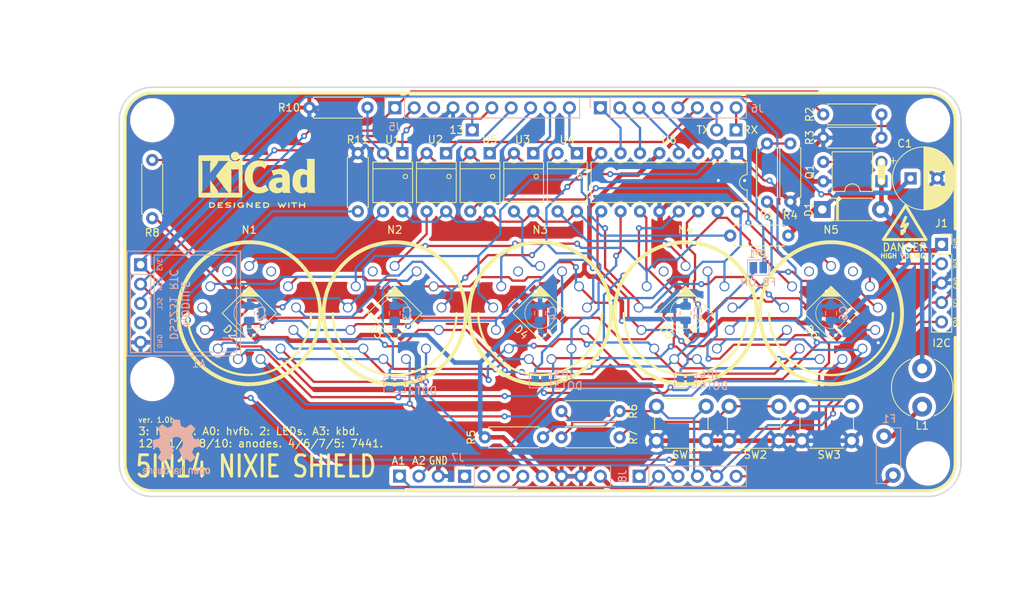
<source format=kicad_pcb>
(kicad_pcb (version 20171130) (host pcbnew "(5.1.6-0)")
  (layers (0 F.Cu signal) (31 B.Cu signal) (34 B.Paste user) (35 F.Paste user) (36 B.SilkS user) (37 F.SilkS user) (38 B.Mask user) (39 F.Mask user) (44 Edge.Cuts user))
  (net 0 "")
  (net 1 GND)
  (net 2 +5V)
  (net 3 "Net-(D1-Pad2)")
  (net 4 "Net-(D3-Pad2)")
  (net 5 "Net-(Q1-Pad1)")
  (net 6 +3V3)
  (net 7 /D2)
  (net 8 /D4)
  (net 9 /D5)
  (net 10 /D6)
  (net 11 /D7)
  (net 12 /A3)
  (net 13 /A4)
  (net 14 /A5)
  (net 15 /VIN)
  (net 16 "Net-(F1-Pad2)")
  (net 17 /D0)
  (net 18 /D1)
  (net 19 /D13)
  (net 20 /A2)
  (net 21 /A1)
  (net 22 /A0)
  (net 23 "Net-(JP1-Pad1)")
  (net 24 "Net-(D2-Pad2)")
  (net 25 /ACTL_1)
  (net 26 /ACTL_2)
  (net 27 /ACTL_3)
  (net 28 /ACTL_4)
  (net 29 /ACTL_DOT)
  (net 30 /BOOST_PWM)
  (net 31 "Net-(R7-Pad2)")
  (net 32 /NixieCtl/ANODE_1)
  (net 33 /NixieCtl/CATHODE_2)
  (net 34 /NixieCtl/CATHODE_3)
  (net 35 /NixieCtl/CATHODE_4)
  (net 36 /NixieCtl/CATHODE_5)
  (net 37 /NixieCtl/CATHODE_6)
  (net 38 /NixieCtl/CATHODE_7)
  (net 39 /NixieCtl/CATHODE_8)
  (net 40 /NixieCtl/CATHODE_9)
  (net 41 /NixieCtl/CATHODE_0)
  (net 42 /NixieCtl/CATHODE_1)
  (net 43 /NixieCtl/ANODE_2)
  (net 44 /NixieCtl/ANODE_3)
  (net 45 /NixieCtl/ANODE_4)
  (net 46 "Net-(D2-Pad4)")
  (net 47 "Net-(D4-Pad2)")
  (net 48 "Net-(R6-Pad2)")
  (net 49 /+HV)
  (net 50 "Net-(D5-Pad2)")
  (net 51 /NixieCtl/ANODE_5)
  (net 52 "Net-(R9-Pad2)")
  (net 53 "Net-(R10-Pad1)")
  (net 54 "Net-(D6-Pad2)")
  (net 55 /AREF)
  (net 56 "Net-(J7-Pad3)")
  (net 57 "Net-(J7-Pad2)")
  (net 58 "Net-(J7-Pad1)")
  (net 59 "Net-(N1-PadLHDP)")
  (net 60 "Net-(N1-PadRHDP)")
  (net 61 "Net-(N2-PadLHDP)")
  (net 62 "Net-(N3-PadLHDP)")
  (net 63 "Net-(N4-PadLHDP)")
  (net 64 "Net-(N5-PadLHDP)")
  (net 65 "Net-(N5-PadRHDP)")
  (net 66 "Net-(JP2-Pad1)")
  (net 67 "Net-(JP2-Pad2)")
  (net 68 "Net-(JP3-Pad1)")
  (net 69 "Net-(JP4-Pad1)")
  (module Symbol:OSHW-Logo2_9.8x8mm_SilkScreen (layer B.Cu) (at 163.195 159.258 180)
    (fp_text reference OSHW1 hide)
    (fp_text value OSHW-Logo2_9.8x8mm_SilkScreen hide)
  )
  (module Symbol:KiCad-Logo2_6mm_SilkScreen (layer F.Cu) (at 173.736 123.444)
    (fp_text reference KICADLOGO hide)
    (fp_text value KiCad-Logo2_6mm_SilkScreen hide)
  )
  (module 5IN14Lib:DIP-4_FET (layer F.Cu) (at 255.524 124.333 180)
    (fp_text reference Q1 (at 9.398 1.27 270) (layer F.SilkS))
    (fp_text value IRFD220)
    (pad 3 thru_hole oval (at 7.62 0 180) (size 1.6 1.6) (drill 0.8) (layers *.Cu *.Mask) (net 1 GND))
    (pad 2 thru_hole oval (at 0 2.54 180) (size 1.6 1.6) (drill 0.8) (layers *.Cu *.Mask) (net 3 "Net-(D1-Pad2)"))
    (pad 1 thru_hole oval (at 7.62 2.54 180) (size 1.6 1.6) (drill 0.8) (layers *.Cu *.Mask) (net 5 "Net-(Q1-Pad1)"))
    (pad 2 thru_hole rect (at 0 0 180) (size 1.6 1.6) (drill 0.8) (layers *.Cu *.Mask) (net 3 "Net-(D1-Pad2)"))
  )
  (module Jumper:SolderJumper-2_P1.3mm_Open_Pad1.0x1.5mm (layer B.Cu) (at 229.855 150.368)
    (fp_text reference JP4 (at 3.19 -0.635) (layer B.SilkS) (effects (justify mirror)))
    (fp_text value DOT4 (at 3.698 0.762) (layer B.SilkS) (effects (justify mirror)))
    (pad 1 smd rect (at -0.65 0) (size 1 1.5) (layers B.Cu B.Mask) (net 69 "Net-(JP4-Pad1)"))
    (pad 2 smd rect (at 0.65 0) (size 1 1.5) (layers B.Cu B.Mask) (net 67 "Net-(JP2-Pad2)"))
  )
  (module Jumper:SolderJumper-2_P1.3mm_Open_Pad1.0x1.5mm (layer B.Cu) (at 191.77 151.003)
    (fp_text reference JP2 (at 3.175 -0.635) (layer B.SilkS) (effects (justify mirror)))
    (fp_text value DOT2 (at 3.683 0.762) (layer B.SilkS) (effects (justify mirror)))
    (pad 1 smd rect (at -0.65 0) (size 1 1.5) (layers B.Cu B.Mask) (net 66 "Net-(JP2-Pad1)"))
    (pad 2 smd rect (at 0.65 0) (size 1 1.5) (layers B.Cu B.Mask) (net 67 "Net-(JP2-Pad2)"))
  )
  (module Jumper:SolderJumper-2_P1.3mm_Open_Pad1.0x1.5mm (layer B.Cu) (at 210.82 150.368)
    (fp_text reference JP3 (at 3.175 -0.635) (layer B.SilkS) (effects (justify mirror)))
    (fp_text value DOT3 (at 3.683 0.762) (layer B.SilkS) (effects (justify mirror)))
    (pad 1 smd rect (at -0.65 0) (size 1 1.5) (layers B.Cu B.Mask) (net 68 "Net-(JP3-Pad1)"))
    (pad 2 smd rect (at 0.65 0) (size 1 1.5) (layers B.Cu B.Mask) (net 67 "Net-(JP2-Pad2)"))
  )
  (module Resistor_THT:R_Axial_DIN0207_L6.3mm_D2.5mm_P7.62mm_Horizontal (layer F.Cu) (at 186.944 120.65 270)
    (fp_text reference R11 (at -1.778 0 180) (layer F.SilkS))
    (fp_text value 10k*)
    (pad 2 thru_hole oval (at 7.62 0 270) (size 1.6 1.6) (drill 0.8) (layers *.Cu *.Mask) (net 67 "Net-(JP2-Pad2)"))
    (pad 1 thru_hole circle (at 0 0 270) (size 1.6 1.6) (drill 0.8) (layers *.Cu *.Mask) (net 1 GND))
  )
  (module 5IN14Lib:IN-14new (layer F.Cu) (at 229.87 141.605 180)
    (fp_text reference N4 (at 0 10.922 180) (layer F.SilkS))
    (fp_text value IN-14)
    (pad RHDP thru_hole circle (at -2.87528 5.47878 180) (size 1.3 1.3) (drill 1) (layers *.Cu *.Mask) (net 69 "Net-(JP4-Pad1)") (clearance 0.4))
    (pad LHDP thru_hole circle (at 2.87528 5.47878 180) (size 1.3 1.3) (drill 1) (layers *.Cu *.Mask) (net 63 "Net-(N4-PadLHDP)") (clearance 0.4))
    (pad A thru_hole circle (at 0 6.18744 180) (size 1.3 1.3) (drill 1) (layers *.Cu *.Mask) (net 45 /NixieCtl/ANODE_4) (clearance 0.4))
    (pad 2 thru_hole circle (at 6.14426 0.74422 180) (size 1.3 1.3) (drill 1) (layers *.Cu *.Mask) (net 33 /NixieCtl/CATHODE_2) (clearance 0.4))
    (pad 3 thru_hole circle (at 5.78612 -2.19456 180) (size 1.3 1.3) (drill 1) (layers *.Cu *.Mask) (net 34 /NixieCtl/CATHODE_3) (clearance 0.4))
    (pad 4 thru_hole circle (at 4.10464 -4.63296 180) (size 1.3 1.3) (drill 1) (layers *.Cu *.Mask) (net 35 /NixieCtl/CATHODE_4) (clearance 0.4))
    (pad 5 thru_hole circle (at 1.48082 -6.00964 180) (size 1.3 1.3) (drill 1) (layers *.Cu *.Mask) (net 36 /NixieCtl/CATHODE_5) (clearance 0.4))
    (pad 6 thru_hole circle (at -1.48082 -6.00964 180) (size 1.3 1.3) (drill 1) (layers *.Cu *.Mask) (net 37 /NixieCtl/CATHODE_6) (clearance 0.4))
    (pad 7 thru_hole circle (at -4.10464 -4.63296 180) (size 1.3 1.3) (drill 1) (layers *.Cu *.Mask) (net 38 /NixieCtl/CATHODE_7) (clearance 0.4))
    (pad 8 thru_hole circle (at -5.78612 -2.19456 180) (size 1.3 1.3) (drill 1) (layers *.Cu *.Mask) (net 39 /NixieCtl/CATHODE_8) (clearance 0.4))
    (pad 9 thru_hole circle (at -6.14426 0.74422 180) (size 1.3 1.3) (drill 1) (layers *.Cu *.Mask) (net 40 /NixieCtl/CATHODE_9) (clearance 0.4))
    (pad 0 thru_hole circle (at -5.0927 3.51536 180) (size 1.3 1.3) (drill 1) (layers *.Cu *.Mask) (net 41 /NixieCtl/CATHODE_0) (clearance 0.4))
    (pad 1 thru_hole circle (at 5.0927 3.51536 180) (size 1.3 1.3) (drill 1) (layers *.Cu *.Mask) (net 42 /NixieCtl/CATHODE_1) (clearance 0.4))
  )
  (module 5IN14Lib:IN-14new (layer F.Cu) (at 210.82 141.605 180)
    (fp_text reference N3 (at 0 10.922 180) (layer F.SilkS))
    (fp_text value IN-14)
    (pad RHDP thru_hole circle (at -2.87528 5.47878 180) (size 1.3 1.3) (drill 1) (layers *.Cu *.Mask) (net 68 "Net-(JP3-Pad1)") (clearance 0.4))
    (pad LHDP thru_hole circle (at 2.87528 5.47878 180) (size 1.3 1.3) (drill 1) (layers *.Cu *.Mask) (net 62 "Net-(N3-PadLHDP)") (clearance 0.4))
    (pad A thru_hole circle (at 0 6.18744 180) (size 1.3 1.3) (drill 1) (layers *.Cu *.Mask) (net 44 /NixieCtl/ANODE_3) (clearance 0.4))
    (pad 2 thru_hole circle (at 6.14426 0.74422 180) (size 1.3 1.3) (drill 1) (layers *.Cu *.Mask) (net 33 /NixieCtl/CATHODE_2) (clearance 0.4))
    (pad 3 thru_hole circle (at 5.78612 -2.19456 180) (size 1.3 1.3) (drill 1) (layers *.Cu *.Mask) (net 34 /NixieCtl/CATHODE_3) (clearance 0.4))
    (pad 4 thru_hole circle (at 4.10464 -4.63296 180) (size 1.3 1.3) (drill 1) (layers *.Cu *.Mask) (net 35 /NixieCtl/CATHODE_4) (clearance 0.4))
    (pad 5 thru_hole circle (at 1.48082 -6.00964 180) (size 1.3 1.3) (drill 1) (layers *.Cu *.Mask) (net 36 /NixieCtl/CATHODE_5) (clearance 0.4))
    (pad 6 thru_hole circle (at -1.48082 -6.00964 180) (size 1.3 1.3) (drill 1) (layers *.Cu *.Mask) (net 37 /NixieCtl/CATHODE_6) (clearance 0.4))
    (pad 7 thru_hole circle (at -4.10464 -4.63296 180) (size 1.3 1.3) (drill 1) (layers *.Cu *.Mask) (net 38 /NixieCtl/CATHODE_7) (clearance 0.4))
    (pad 8 thru_hole circle (at -5.78612 -2.19456 180) (size 1.3 1.3) (drill 1) (layers *.Cu *.Mask) (net 39 /NixieCtl/CATHODE_8) (clearance 0.4))
    (pad 9 thru_hole circle (at -6.14426 0.74422 180) (size 1.3 1.3) (drill 1) (layers *.Cu *.Mask) (net 40 /NixieCtl/CATHODE_9) (clearance 0.4))
    (pad 0 thru_hole circle (at -5.0927 3.51536 180) (size 1.3 1.3) (drill 1) (layers *.Cu *.Mask) (net 41 /NixieCtl/CATHODE_0) (clearance 0.4))
    (pad 1 thru_hole circle (at 5.0927 3.51536 180) (size 1.3 1.3) (drill 1) (layers *.Cu *.Mask) (net 42 /NixieCtl/CATHODE_1) (clearance 0.4))
  )
  (module 5IN14Lib:IN-14new (layer F.Cu) (at 191.77 141.605 180)
    (fp_text reference N2 (at 0 10.922 180) (layer F.SilkS))
    (fp_text value IN-14)
    (pad RHDP thru_hole circle (at -2.87528 5.47878 180) (size 1.3 1.3) (drill 1) (layers *.Cu *.Mask) (net 66 "Net-(JP2-Pad1)") (clearance 0.4))
    (pad LHDP thru_hole circle (at 2.87528 5.47878 180) (size 1.3 1.3) (drill 1) (layers *.Cu *.Mask) (net 61 "Net-(N2-PadLHDP)") (clearance 0.4))
    (pad A thru_hole circle (at 0 6.18744 180) (size 1.3 1.3) (drill 1) (layers *.Cu *.Mask) (net 43 /NixieCtl/ANODE_2) (clearance 0.4))
    (pad 2 thru_hole circle (at 6.14426 0.74422 180) (size 1.3 1.3) (drill 1) (layers *.Cu *.Mask) (net 33 /NixieCtl/CATHODE_2) (clearance 0.4))
    (pad 3 thru_hole circle (at 5.78612 -2.19456 180) (size 1.3 1.3) (drill 1) (layers *.Cu *.Mask) (net 34 /NixieCtl/CATHODE_3) (clearance 0.4))
    (pad 4 thru_hole circle (at 4.10464 -4.63296 180) (size 1.3 1.3) (drill 1) (layers *.Cu *.Mask) (net 35 /NixieCtl/CATHODE_4) (clearance 0.4))
    (pad 5 thru_hole circle (at 1.48082 -6.00964 180) (size 1.3 1.3) (drill 1) (layers *.Cu *.Mask) (net 36 /NixieCtl/CATHODE_5) (clearance 0.4))
    (pad 6 thru_hole circle (at -1.48082 -6.00964 180) (size 1.3 1.3) (drill 1) (layers *.Cu *.Mask) (net 37 /NixieCtl/CATHODE_6) (clearance 0.4))
    (pad 7 thru_hole circle (at -4.10464 -4.63296 180) (size 1.3 1.3) (drill 1) (layers *.Cu *.Mask) (net 38 /NixieCtl/CATHODE_7) (clearance 0.4))
    (pad 8 thru_hole circle (at -5.78612 -2.19456 180) (size 1.3 1.3) (drill 1) (layers *.Cu *.Mask) (net 39 /NixieCtl/CATHODE_8) (clearance 0.4))
    (pad 9 thru_hole circle (at -6.14426 0.74422 180) (size 1.3 1.3) (drill 1) (layers *.Cu *.Mask) (net 40 /NixieCtl/CATHODE_9) (clearance 0.4))
    (pad 0 thru_hole circle (at -5.0927 3.51536 180) (size 1.3 1.3) (drill 1) (layers *.Cu *.Mask) (net 41 /NixieCtl/CATHODE_0) (clearance 0.4))
    (pad 1 thru_hole circle (at 5.0927 3.51536 180) (size 1.3 1.3) (drill 1) (layers *.Cu *.Mask) (net 42 /NixieCtl/CATHODE_1) (clearance 0.4))
  )
  (module 5IN14Lib:IN-14new (layer F.Cu) (at 172.72 141.605 180)
    (fp_text reference N1 (at 0 10.922 180) (layer F.SilkS))
    (fp_text value IN-14)
    (pad RHDP thru_hole circle (at -2.87528 5.47878 180) (size 1.3 1.3) (drill 1) (layers *.Cu *.Mask) (net 60 "Net-(N1-PadRHDP)") (clearance 0.4))
    (pad LHDP thru_hole circle (at 2.87528 5.47878 180) (size 1.3 1.3) (drill 1) (layers *.Cu *.Mask) (net 59 "Net-(N1-PadLHDP)") (clearance 0.4))
    (pad A thru_hole circle (at 0 6.18744 180) (size 1.3 1.3) (drill 1) (layers *.Cu *.Mask) (net 32 /NixieCtl/ANODE_1) (clearance 0.4))
    (pad 2 thru_hole circle (at 6.14426 0.74422 180) (size 1.3 1.3) (drill 1) (layers *.Cu *.Mask) (net 33 /NixieCtl/CATHODE_2) (clearance 0.4))
    (pad 3 thru_hole circle (at 5.78612 -2.19456 180) (size 1.3 1.3) (drill 1) (layers *.Cu *.Mask) (net 34 /NixieCtl/CATHODE_3) (clearance 0.4))
    (pad 4 thru_hole circle (at 4.10464 -4.63296 180) (size 1.3 1.3) (drill 1) (layers *.Cu *.Mask) (net 35 /NixieCtl/CATHODE_4) (clearance 0.4))
    (pad 5 thru_hole circle (at 1.48082 -6.00964 180) (size 1.3 1.3) (drill 1) (layers *.Cu *.Mask) (net 36 /NixieCtl/CATHODE_5) (clearance 0.4))
    (pad 6 thru_hole circle (at -1.48082 -6.00964 180) (size 1.3 1.3) (drill 1) (layers *.Cu *.Mask) (net 37 /NixieCtl/CATHODE_6) (clearance 0.4))
    (pad 7 thru_hole circle (at -4.10464 -4.63296 180) (size 1.3 1.3) (drill 1) (layers *.Cu *.Mask) (net 38 /NixieCtl/CATHODE_7) (clearance 0.4))
    (pad 8 thru_hole circle (at -5.78612 -2.19456 180) (size 1.3 1.3) (drill 1) (layers *.Cu *.Mask) (net 39 /NixieCtl/CATHODE_8) (clearance 0.4))
    (pad 9 thru_hole circle (at -6.14426 0.74422 180) (size 1.3 1.3) (drill 1) (layers *.Cu *.Mask) (net 40 /NixieCtl/CATHODE_9) (clearance 0.4))
    (pad 0 thru_hole circle (at -5.0927 3.51536 180) (size 1.3 1.3) (drill 1) (layers *.Cu *.Mask) (net 41 /NixieCtl/CATHODE_0) (clearance 0.4))
    (pad 1 thru_hole circle (at 5.0927 3.51536 180) (size 1.3 1.3) (drill 1) (layers *.Cu *.Mask) (net 42 /NixieCtl/CATHODE_1) (clearance 0.4))
  )
  (module 5IN14Lib:IN-14new (layer F.Cu) (at 248.92 141.605 180)
    (fp_text reference N5 (at 0 10.922 180) (layer F.SilkS))
    (fp_text value IN-14)
    (pad RHDP thru_hole circle (at -2.87528 5.47878 180) (size 1.3 1.3) (drill 1) (layers *.Cu *.Mask) (net 65 "Net-(N5-PadRHDP)") (clearance 0.4))
    (pad LHDP thru_hole circle (at 2.87528 5.47878 180) (size 1.3 1.3) (drill 1) (layers *.Cu *.Mask) (net 64 "Net-(N5-PadLHDP)") (clearance 0.4))
    (pad A thru_hole circle (at 0 6.18744 180) (size 1.3 1.3) (drill 1) (layers *.Cu *.Mask) (net 51 /NixieCtl/ANODE_5) (clearance 0.4))
    (pad 2 thru_hole circle (at 6.14426 0.74422 180) (size 1.3 1.3) (drill 1) (layers *.Cu *.Mask) (net 33 /NixieCtl/CATHODE_2) (clearance 0.4))
    (pad 3 thru_hole circle (at 5.78612 -2.19456 180) (size 1.3 1.3) (drill 1) (layers *.Cu *.Mask) (net 34 /NixieCtl/CATHODE_3) (clearance 0.4))
    (pad 4 thru_hole circle (at 4.10464 -4.63296 180) (size 1.3 1.3) (drill 1) (layers *.Cu *.Mask) (net 35 /NixieCtl/CATHODE_4) (clearance 0.4))
    (pad 5 thru_hole circle (at 1.48082 -6.00964 180) (size 1.3 1.3) (drill 1) (layers *.Cu *.Mask) (net 36 /NixieCtl/CATHODE_5) (clearance 0.4))
    (pad 6 thru_hole circle (at -1.48082 -6.00964 180) (size 1.3 1.3) (drill 1) (layers *.Cu *.Mask) (net 37 /NixieCtl/CATHODE_6) (clearance 0.4))
    (pad 7 thru_hole circle (at -4.10464 -4.63296 180) (size 1.3 1.3) (drill 1) (layers *.Cu *.Mask) (net 38 /NixieCtl/CATHODE_7) (clearance 0.4))
    (pad 8 thru_hole circle (at -5.78612 -2.19456 180) (size 1.3 1.3) (drill 1) (layers *.Cu *.Mask) (net 39 /NixieCtl/CATHODE_8) (clearance 0.4))
    (pad 9 thru_hole circle (at -6.14426 0.74422 180) (size 1.3 1.3) (drill 1) (layers *.Cu *.Mask) (net 40 /NixieCtl/CATHODE_9) (clearance 0.4))
    (pad 0 thru_hole circle (at -5.0927 3.51536 180) (size 1.3 1.3) (drill 1) (layers *.Cu *.Mask) (net 41 /NixieCtl/CATHODE_0) (clearance 0.4))
    (pad 1 thru_hole circle (at 5.0927 3.51536 180) (size 1.3 1.3) (drill 1) (layers *.Cu *.Mask) (net 42 /NixieCtl/CATHODE_1) (clearance 0.4))
  )
  (module Resistor_THT:R_Axial_DIN0207_L6.3mm_D2.5mm_P7.62mm_Horizontal (layer F.Cu) (at 255.524 115.57 180)
    (fp_text reference R2 (at 9.398 0 90) (layer F.SilkS))
    (fp_text value 22)
    (pad 2 thru_hole oval (at 7.62 0 180) (size 1.6 1.6) (drill 0.8) (layers *.Cu *.Mask) (net 30 /BOOST_PWM))
    (pad 1 thru_hole circle (at 0 0 180) (size 1.6 1.6) (drill 0.8) (layers *.Cu *.Mask) (net 5 "Net-(Q1-Pad1)"))
  )
  (module 5IN14Lib:TLP627 (layer F.Cu) (at 204.216 120.65 270)
    (fp_text reference U5 (at -1.778 0 180) (layer F.SilkS))
    (fp_text value TLP627)
    (pad 4 thru_hole oval (at 7.62 0 270) (size 1.6 1.6) (drill 0.8) (layers *.Cu *.Mask) (net 52 "Net-(R9-Pad2)"))
    (pad 2 thru_hole oval (at 0 2.54 270) (size 1.6 1.6) (drill 0.8) (layers *.Cu *.Mask) (net 53 "Net-(R10-Pad1)"))
    (pad 3 thru_hole oval (at 7.62 2.54 270) (size 1.6 1.6) (drill 0.8) (layers *.Cu *.Mask) (net 51 /NixieCtl/ANODE_5))
    (pad 1 thru_hole rect (at 0 0 270) (size 1.6 1.6) (drill 0.8) (layers *.Cu *.Mask) (net 29 /ACTL_DOT))
  )
  (module 5IN14Lib:TLP627 (layer F.Cu) (at 215.646 120.65 270)
    (fp_text reference U4 (at -1.778 1.27 180) (layer F.SilkS))
    (fp_text value TLP627)
    (pad 4 thru_hole oval (at 7.62 0 270) (size 1.6 1.6) (drill 0.8) (layers *.Cu *.Mask) (net 52 "Net-(R9-Pad2)"))
    (pad 2 thru_hole oval (at 0 2.54 270) (size 1.6 1.6) (drill 0.8) (layers *.Cu *.Mask) (net 53 "Net-(R10-Pad1)"))
    (pad 3 thru_hole oval (at 7.62 2.54 270) (size 1.6 1.6) (drill 0.8) (layers *.Cu *.Mask) (net 45 /NixieCtl/ANODE_4))
    (pad 1 thru_hole rect (at 0 0 270) (size 1.6 1.6) (drill 0.8) (layers *.Cu *.Mask) (net 28 /ACTL_4))
  )
  (module 5IN14Lib:TLP627 (layer F.Cu) (at 209.931 120.65 270)
    (fp_text reference U3 (at -1.778 1.397 180) (layer F.SilkS))
    (fp_text value TLP627)
    (pad 4 thru_hole oval (at 7.62 0 270) (size 1.6 1.6) (drill 0.8) (layers *.Cu *.Mask) (net 52 "Net-(R9-Pad2)"))
    (pad 2 thru_hole oval (at 0 2.54 270) (size 1.6 1.6) (drill 0.8) (layers *.Cu *.Mask) (net 53 "Net-(R10-Pad1)"))
    (pad 3 thru_hole oval (at 7.62 2.54 270) (size 1.6 1.6) (drill 0.8) (layers *.Cu *.Mask) (net 44 /NixieCtl/ANODE_3))
    (pad 1 thru_hole rect (at 0 0 270) (size 1.6 1.6) (drill 0.8) (layers *.Cu *.Mask) (net 27 /ACTL_3))
  )
  (module 5IN14Lib:TLP627 (layer F.Cu) (at 198.501 120.65 270)
    (fp_text reference U2 (at -1.778 1.397 180) (layer F.SilkS))
    (fp_text value TLP627)
    (pad 4 thru_hole oval (at 7.62 0 270) (size 1.6 1.6) (drill 0.8) (layers *.Cu *.Mask) (net 52 "Net-(R9-Pad2)"))
    (pad 2 thru_hole oval (at 0 2.54 270) (size 1.6 1.6) (drill 0.8) (layers *.Cu *.Mask) (net 53 "Net-(R10-Pad1)"))
    (pad 3 thru_hole oval (at 7.62 2.54 270) (size 1.6 1.6) (drill 0.8) (layers *.Cu *.Mask) (net 43 /NixieCtl/ANODE_2))
    (pad 1 thru_hole rect (at 0 0 270) (size 1.6 1.6) (drill 0.8) (layers *.Cu *.Mask) (net 26 /ACTL_2))
  )
  (module 5IN14Lib:TLP627 (layer F.Cu) (at 192.786 120.65 270)
    (fp_text reference U1 (at -1.778 1.27 180) (layer F.SilkS))
    (fp_text value TLP627)
    (pad 4 thru_hole oval (at 7.62 0 270) (size 1.6 1.6) (drill 0.8) (layers *.Cu *.Mask) (net 52 "Net-(R9-Pad2)"))
    (pad 2 thru_hole oval (at 0 2.54 270) (size 1.6 1.6) (drill 0.8) (layers *.Cu *.Mask) (net 53 "Net-(R10-Pad1)"))
    (pad 3 thru_hole oval (at 7.62 2.54 270) (size 1.6 1.6) (drill 0.8) (layers *.Cu *.Mask) (net 32 /NixieCtl/ANODE_1))
    (pad 1 thru_hole rect (at 0 0 270) (size 1.6 1.6) (drill 0.8) (layers *.Cu *.Mask) (net 25 /ACTL_1))
  )
  (module Connector_PinSocket_2.54mm:PinSocket_1x05_P2.54mm_Vertical (layer F.Cu) (at 263.398 132.588)
    (fp_text reference J1 (at 0 -2.77) (layer F.SilkS))
    (fp_text value I2C (at 0 12.93) (layer F.SilkS))
    (pad 5 thru_hole oval (at 0 10.16) (size 1.7 1.7) (drill 1) (layers *.Cu *.Mask) (net 13 /A4))
    (pad 4 thru_hole oval (at 0 7.62) (size 1.7 1.7) (drill 1) (layers *.Cu *.Mask) (net 14 /A5))
    (pad 3 thru_hole oval (at 0 5.08) (size 1.7 1.7) (drill 1) (layers *.Cu *.Mask) (net 1 GND))
    (pad 2 thru_hole oval (at 0 2.54) (size 1.7 1.7) (drill 1) (layers *.Cu *.Mask) (net 6 +3V3))
    (pad 1 thru_hole rect (at 0 0) (size 1.7 1.7) (drill 1) (layers *.Cu *.Mask) (net 2 +5V))
  )
  (module 5IN14Lib:Symbol_HighVoltage_Type2_SilkScreen_VerySmall (layer F.Cu) (at 258.699 131.699)
    (fp_text reference REF** hide)
    (fp_text value Symbol_HighVoltage_Type2_SilkScreen_VerySmall hide)
    (fp_text user DANGER (at -0.127 1.27) (layer F.SilkS))
    (fp_text user "HIGH VOLTAGE" (at -0.127 2.413) (layer F.SilkS) (effects (font (size 0.6 0.6))))
  )
  (module Diode_THT:D_DO-41_SOD81_P7.62mm_Horizontal (layer F.Cu) (at 247.777 128.016)
    (fp_text reference D1 (at -1.778 0 270) (layer F.SilkS))
    (fp_text value HER106)
    (pad 2 thru_hole oval (at 7.62 0) (size 2.2 2.2) (drill 1.1) (layers *.Cu *.Mask) (net 3 "Net-(D1-Pad2)"))
    (pad 1 thru_hole rect (at 0 0) (size 2.2 2.2) (drill 1.1) (layers *.Cu *.Mask) (net 49 /+HV))
  )
  (module 5IN14Lib:WS2812B (layer F.Cu) (at 248.92 141.605 135)
    (fp_text reference D6 (at 0 -3.5 135) (layer F.SilkS))
    (fp_text value WS2812B)
    (pad 3 smd rect (at 2.45 1.6 135) (size 1.5 1) (layers F.Cu F.Paste F.Mask) (net 1 GND))
    (pad 4 smd rect (at 2.45 -1.6 135) (size 1.5 1) (layers F.Cu F.Paste F.Mask) (net 50 "Net-(D5-Pad2)"))
    (pad 2 smd rect (at -2.45 1.6 135) (size 1.5 1) (layers F.Cu F.Paste F.Mask) (net 54 "Net-(D6-Pad2)"))
    (pad 1 smd rect (at -2.45 -1.6 135) (size 1.5 1) (layers F.Cu F.Paste F.Mask) (net 2 +5V))
  )
  (module 5IN14Lib:WS2812B (layer F.Cu) (at 229.87 141.605 135)
    (fp_text reference D5 (at 0 -3.5 135) (layer F.SilkS))
    (fp_text value WS2812B)
    (pad 3 smd rect (at 2.45 1.6 135) (size 1.5 1) (layers F.Cu F.Paste F.Mask) (net 1 GND))
    (pad 4 smd rect (at 2.45 -1.6 135) (size 1.5 1) (layers F.Cu F.Paste F.Mask) (net 47 "Net-(D4-Pad2)"))
    (pad 2 smd rect (at -2.45 1.6 135) (size 1.5 1) (layers F.Cu F.Paste F.Mask) (net 50 "Net-(D5-Pad2)"))
    (pad 1 smd rect (at -2.45 -1.6 135) (size 1.5 1) (layers F.Cu F.Paste F.Mask) (net 2 +5V))
  )
  (module 5IN14Lib:WS2812B (layer F.Cu) (at 210.82 141.605 135)
    (fp_text reference D4 (at 0 -3.5 135) (layer F.SilkS))
    (fp_text value WS2812B)
    (pad 3 smd rect (at 2.45 1.6 135) (size 1.5 1) (layers F.Cu F.Paste F.Mask) (net 1 GND))
    (pad 4 smd rect (at 2.45 -1.6 135) (size 1.5 1) (layers F.Cu F.Paste F.Mask) (net 4 "Net-(D3-Pad2)"))
    (pad 2 smd rect (at -2.45 1.6 135) (size 1.5 1) (layers F.Cu F.Paste F.Mask) (net 47 "Net-(D4-Pad2)"))
    (pad 1 smd rect (at -2.45 -1.6 135) (size 1.5 1) (layers F.Cu F.Paste F.Mask) (net 2 +5V))
  )
  (module 5IN14Lib:WS2812B (layer F.Cu) (at 191.77 141.605 135)
    (fp_text reference D3 (at 0 -3.5 135) (layer F.SilkS))
    (fp_text value WS2812B)
    (pad 3 smd rect (at 2.45 1.6 135) (size 1.5 1) (layers F.Cu F.Paste F.Mask) (net 1 GND))
    (pad 4 smd rect (at 2.45 -1.6 135) (size 1.5 1) (layers F.Cu F.Paste F.Mask) (net 24 "Net-(D2-Pad2)"))
    (pad 2 smd rect (at -2.45 1.6 135) (size 1.5 1) (layers F.Cu F.Paste F.Mask) (net 4 "Net-(D3-Pad2)"))
    (pad 1 smd rect (at -2.45 -1.6 135) (size 1.5 1) (layers F.Cu F.Paste F.Mask) (net 2 +5V))
  )
  (module 5IN14Lib:WS2812B (layer F.Cu) (at 172.72 141.605 135)
    (fp_text reference D2 (at 0 -3.5 135) (layer F.SilkS))
    (fp_text value WS2812B)
    (pad 3 smd rect (at 2.45 1.6 135) (size 1.5 1) (layers F.Cu F.Paste F.Mask) (net 1 GND))
    (pad 4 smd rect (at 2.45 -1.6 135) (size 1.5 1) (layers F.Cu F.Paste F.Mask) (net 46 "Net-(D2-Pad4)"))
    (pad 2 smd rect (at -2.45 1.6 135) (size 1.5 1) (layers F.Cu F.Paste F.Mask) (net 24 "Net-(D2-Pad2)"))
    (pad 1 smd rect (at -2.45 -1.6 135) (size 1.5 1) (layers F.Cu F.Paste F.Mask) (net 2 +5V))
  )
  (module 5IN14Lib:DS3231 (layer B.Cu) (at 158.496 145.415)
    (fp_text reference A1 (at 7.62 2.794) (layer B.SilkS) (effects (justify mirror)))
    (fp_text value DS3231)
    (fp_text user 3V3 (at 2.54 -10.16 -90) (layer B.SilkS) (effects (font (size 0.6 0.6) (thickness 0.1)) (justify mirror)))
    (fp_text user SDA (at 2.54 -7.62 -90) (layer B.SilkS) (effects (font (size 0.6 0.6) (thickness 0.1)) (justify mirror)))
    (fp_text user SCL (at 2.54 -5.08 -90) (layer B.SilkS) (effects (font (size 0.6 0.6) (thickness 0.1)) (justify mirror)))
    (fp_text user GND (at 2.54 -0.127 -90) (layer B.SilkS) (effects (font (size 0.6 0.6) (thickness 0.1)) (justify mirror)))
    (fp_text user MODULE (at 5.842 -5.08 -90 unlocked) (layer B.SilkS) (effects (justify mirror)))
    (fp_text user "DS3231 RTC" (at 4.318 -4.953 -90 unlocked) (layer B.SilkS) (effects (justify mirror)))
    (pad 1 thru_hole rect (at 0 -10.16 180) (size 1.7 1.7) (drill 1) (layers *.Cu *.Mask) (net 6 +3V3))
    (pad 2 thru_hole oval (at 0 -7.62 180) (size 1.7 1.7) (drill 1) (layers *.Cu *.Mask) (net 13 /A4))
    (pad 3 thru_hole oval (at 0 -5.08 180) (size 1.7 1.7) (drill 1) (layers *.Cu *.Mask) (net 14 /A5))
    (pad 4 thru_hole oval (at 0 -2.54 180) (size 1.7 1.7) (drill 1) (layers *.Cu *.Mask))
    (pad 5 thru_hole oval (at 0 0 180) (size 1.7 1.7) (drill 1) (layers *.Cu *.Mask) (net 1 GND))
  )
  (module Capacitor_SMD:C_0805_2012Metric (layer B.Cu) (at 248.92 141.605 90)
    (fp_text reference C6 (at 0 1.65 90) (layer B.SilkS) (effects (justify mirror)))
    (fp_text value 100n)
    (pad 2 smd roundrect (at 0.9375 0 90) (size 0.975 1.4) (layers B.Cu B.Paste B.Mask) (net 1 GND))
    (pad 1 smd roundrect (at -0.9375 0 90) (size 0.975 1.4) (layers B.Cu B.Paste B.Mask) (net 2 +5V))
  )
  (module Jumper:SolderJumper-2_P1.3mm_Open_Pad1.0x1.5mm (layer B.Cu) (at 239.395 135.636 180)
    (fp_text reference JP1 (at 0 1.8) (layer B.SilkS) (effects (justify mirror)))
    (fp_text value FB_ON (at 0 -1.9) (layer B.SilkS) (effects (justify mirror)))
    (pad 1 smd rect (at -0.65 0 180) (size 1 1.5) (layers B.Cu B.Mask) (net 23 "Net-(JP1-Pad1)"))
    (pad 2 smd rect (at 0.65 0 180) (size 1 1.5) (layers B.Cu B.Mask) (net 22 /A0))
  )
  (module Button_Switch_THT:SW_PUSH_6mm_H4.3mm (layer F.Cu) (at 245.11 153.797)
    (fp_text reference SW3 (at 3.556 6.35) (layer F.SilkS))
    (fp_text value SW_Push)
    (pad 1 thru_hole circle (at 6.5 0 90) (size 2 2) (drill 1.1) (layers *.Cu *.Mask) (net 31 "Net-(R7-Pad2)"))
    (pad 2 thru_hole circle (at 6.5 4.5 90) (size 2 2) (drill 1.1) (layers *.Cu *.Mask) (net 1 GND))
    (pad 1 thru_hole circle (at 0 0 90) (size 2 2) (drill 1.1) (layers *.Cu *.Mask) (net 31 "Net-(R7-Pad2)"))
    (pad 2 thru_hole circle (at 0 4.5 90) (size 2 2) (drill 1.1) (layers *.Cu *.Mask) (net 1 GND))
  )
  (module Button_Switch_THT:SW_PUSH_6mm_H4.3mm (layer F.Cu) (at 235.585 153.797)
    (fp_text reference SW2 (at 3.429 6.35) (layer F.SilkS))
    (fp_text value SW_Push)
    (pad 1 thru_hole circle (at 6.5 0 90) (size 2 2) (drill 1.1) (layers *.Cu *.Mask) (net 48 "Net-(R6-Pad2)"))
    (pad 2 thru_hole circle (at 6.5 4.5 90) (size 2 2) (drill 1.1) (layers *.Cu *.Mask) (net 1 GND))
    (pad 1 thru_hole circle (at 0 0 90) (size 2 2) (drill 1.1) (layers *.Cu *.Mask) (net 48 "Net-(R6-Pad2)"))
    (pad 2 thru_hole circle (at 0 4.5 90) (size 2 2) (drill 1.1) (layers *.Cu *.Mask) (net 1 GND))
  )
  (module Button_Switch_THT:SW_PUSH_6mm_H4.3mm (layer F.Cu) (at 226.06 153.797)
    (fp_text reference SW1 (at 3.556 6.35) (layer F.SilkS))
    (fp_text value SW_Push)
    (pad 1 thru_hole circle (at 6.5 0 90) (size 2 2) (drill 1.1) (layers *.Cu *.Mask) (net 12 /A3))
    (pad 2 thru_hole circle (at 6.5 4.5 90) (size 2 2) (drill 1.1) (layers *.Cu *.Mask) (net 1 GND))
    (pad 1 thru_hole circle (at 0 0 90) (size 2 2) (drill 1.1) (layers *.Cu *.Mask) (net 12 /A3))
    (pad 2 thru_hole circle (at 0 4.5 90) (size 2 2) (drill 1.1) (layers *.Cu *.Mask) (net 1 GND))
  )
  (module Package_DIP:DIP-16_W7.62mm (layer F.Cu) (at 236.601 120.65 270)
    (fp_text reference U6 (at -1.778 8.89 180) (layer F.SilkS))
    (fp_text value K155ID1)
    (pad 16 thru_hole oval (at 7.62 0 270) (size 1.6 1.6) (drill 0.8) (layers *.Cu *.Mask) (net 41 /NixieCtl/CATHODE_0))
    (pad 8 thru_hole oval (at 0 17.78 270) (size 1.6 1.6) (drill 0.8) (layers *.Cu *.Mask) (net 33 /NixieCtl/CATHODE_2))
    (pad 15 thru_hole oval (at 7.62 2.54 270) (size 1.6 1.6) (drill 0.8) (layers *.Cu *.Mask) (net 42 /NixieCtl/CATHODE_1))
    (pad 7 thru_hole oval (at 0 15.24 270) (size 1.6 1.6) (drill 0.8) (layers *.Cu *.Mask) (net 11 /D7))
    (pad 14 thru_hole oval (at 7.62 5.08 270) (size 1.6 1.6) (drill 0.8) (layers *.Cu *.Mask) (net 36 /NixieCtl/CATHODE_5))
    (pad 6 thru_hole oval (at 0 12.7 270) (size 1.6 1.6) (drill 0.8) (layers *.Cu *.Mask) (net 10 /D6))
    (pad 13 thru_hole oval (at 7.62 7.62 270) (size 1.6 1.6) (drill 0.8) (layers *.Cu *.Mask) (net 35 /NixieCtl/CATHODE_4))
    (pad 5 thru_hole oval (at 0 10.16 270) (size 1.6 1.6) (drill 0.8) (layers *.Cu *.Mask) (net 2 +5V))
    (pad 12 thru_hole oval (at 7.62 10.16 270) (size 1.6 1.6) (drill 0.8) (layers *.Cu *.Mask) (net 1 GND))
    (pad 4 thru_hole oval (at 0 7.62 270) (size 1.6 1.6) (drill 0.8) (layers *.Cu *.Mask) (net 9 /D5))
    (pad 11 thru_hole oval (at 7.62 12.7 270) (size 1.6 1.6) (drill 0.8) (layers *.Cu *.Mask) (net 37 /NixieCtl/CATHODE_6))
    (pad 3 thru_hole oval (at 0 5.08 270) (size 1.6 1.6) (drill 0.8) (layers *.Cu *.Mask) (net 8 /D4))
    (pad 10 thru_hole oval (at 7.62 15.24 270) (size 1.6 1.6) (drill 0.8) (layers *.Cu *.Mask) (net 38 /NixieCtl/CATHODE_7))
    (pad 2 thru_hole oval (at 0 2.54 270) (size 1.6 1.6) (drill 0.8) (layers *.Cu *.Mask) (net 40 /NixieCtl/CATHODE_9))
    (pad 9 thru_hole oval (at 7.62 17.78 270) (size 1.6 1.6) (drill 0.8) (layers *.Cu *.Mask) (net 34 /NixieCtl/CATHODE_3))
    (pad 1 thru_hole rect (at 0 0 270) (size 1.6 1.6) (drill 0.8) (layers *.Cu *.Mask) (net 39 /NixieCtl/CATHODE_8))
  )
  (module Connector_PinHeader_2.54mm:PinHeader_1x01_P2.54mm_Vertical (layer F.Cu) (at 201.93 117.602)
    (fp_text reference J3)
    (fp_text value 13 (at -2.032 0 180) (layer F.SilkS))
    (pad 1 thru_hole rect (at 0 0) (size 1.7 1.7) (drill 1) (layers *.Cu *.Mask) (net 19 /D13))
  )
  (module Connector_PinHeader_2.54mm:PinHeader_1x10_P2.54mm_Vertical (layer B.Cu) (at 191.795 114.702 270)
    (fp_text reference J5 (at 2.497999 -0.004999) (layer B.SilkS) (effects (justify mirror)))
    (fp_text value UNO3)
    (pad 10 thru_hole oval (at 0 -22.86 270) (size 1.7 1.7) (drill 1) (layers *.Cu *.Mask) (net 28 /ACTL_4))
    (pad 9 thru_hole oval (at 0 -20.32 270) (size 1.7 1.7) (drill 1) (layers *.Cu *.Mask) (net 27 /ACTL_3))
    (pad 8 thru_hole oval (at 0 -17.78 270) (size 1.7 1.7) (drill 1) (layers *.Cu *.Mask) (net 29 /ACTL_DOT))
    (pad 7 thru_hole oval (at 0 -15.24 270) (size 1.7 1.7) (drill 1) (layers *.Cu *.Mask) (net 26 /ACTL_2))
    (pad 6 thru_hole oval (at 0 -12.7 270) (size 1.7 1.7) (drill 1) (layers *.Cu *.Mask) (net 25 /ACTL_1))
    (pad 5 thru_hole oval (at 0 -10.16 270) (size 1.7 1.7) (drill 1) (layers *.Cu *.Mask) (net 19 /D13))
    (pad 4 thru_hole oval (at 0 -7.62 270) (size 1.7 1.7) (drill 1) (layers *.Cu *.Mask) (net 1 GND))
    (pad 3 thru_hole oval (at 0 -5.08 270) (size 1.7 1.7) (drill 1) (layers *.Cu *.Mask) (net 55 /AREF))
    (pad 2 thru_hole oval (at 0 -2.54 270) (size 1.7 1.7) (drill 1) (layers *.Cu *.Mask) (net 13 /A4))
    (pad 1 thru_hole rect (at 0 0 270) (size 1.7 1.7) (drill 1) (layers *.Cu *.Mask) (net 14 /A5))
  )
  (module Connector_PinHeader_2.54mm:PinHeader_1x08_P2.54mm_Vertical (layer B.Cu) (at 200.935 162.962 270)
    (fp_text reference J7 (at -2.434001 0.910001) (layer B.SilkS) (effects (justify mirror)))
    (fp_text value UNO1)
    (pad 8 thru_hole oval (at 0 -17.78 270) (size 1.7 1.7) (drill 1) (layers *.Cu *.Mask) (net 15 /VIN))
    (pad 7 thru_hole oval (at 0 -15.24 270) (size 1.7 1.7) (drill 1) (layers *.Cu *.Mask) (net 1 GND))
    (pad 6 thru_hole oval (at 0 -12.7 270) (size 1.7 1.7) (drill 1) (layers *.Cu *.Mask) (net 1 GND))
    (pad 5 thru_hole oval (at 0 -10.16 270) (size 1.7 1.7) (drill 1) (layers *.Cu *.Mask) (net 2 +5V))
    (pad 4 thru_hole oval (at 0 -7.62 270) (size 1.7 1.7) (drill 1) (layers *.Cu *.Mask) (net 6 +3V3))
    (pad 3 thru_hole oval (at 0 -5.08 270) (size 1.7 1.7) (drill 1) (layers *.Cu *.Mask) (net 56 "Net-(J7-Pad3)"))
    (pad 2 thru_hole oval (at 0 -2.54 270) (size 1.7 1.7) (drill 1) (layers *.Cu *.Mask) (net 57 "Net-(J7-Pad2)"))
    (pad 1 thru_hole rect (at 0 0 270) (size 1.7 1.7) (drill 1) (layers *.Cu *.Mask) (net 58 "Net-(J7-Pad1)"))
  )
  (module Connector_PinHeader_2.54mm:PinHeader_1x08_P2.54mm_Vertical (layer B.Cu) (at 218.715 114.702 270)
    (fp_text reference J6 (at 0.105999 -20.552999) (layer B.SilkS) (effects (justify mirror)))
    (fp_text value UNO4)
    (pad 8 thru_hole oval (at 0 -17.78 270) (size 1.7 1.7) (drill 1) (layers *.Cu *.Mask) (net 17 /D0))
    (pad 7 thru_hole oval (at 0 -15.24 270) (size 1.7 1.7) (drill 1) (layers *.Cu *.Mask) (net 18 /D1))
    (pad 6 thru_hole oval (at 0 -12.7 270) (size 1.7 1.7) (drill 1) (layers *.Cu *.Mask) (net 7 /D2))
    (pad 5 thru_hole oval (at 0 -10.16 270) (size 1.7 1.7) (drill 1) (layers *.Cu *.Mask) (net 30 /BOOST_PWM))
    (pad 4 thru_hole oval (at 0 -7.62 270) (size 1.7 1.7) (drill 1) (layers *.Cu *.Mask) (net 8 /D4))
    (pad 3 thru_hole oval (at 0 -5.08 270) (size 1.7 1.7) (drill 1) (layers *.Cu *.Mask) (net 9 /D5))
    (pad 2 thru_hole oval (at 0 -2.54 270) (size 1.7 1.7) (drill 1) (layers *.Cu *.Mask) (net 10 /D6))
    (pad 1 thru_hole rect (at 0 0 270) (size 1.7 1.7) (drill 1) (layers *.Cu *.Mask) (net 11 /D7))
  )
  (module Connector_PinHeader_2.54mm:PinHeader_1x06_P2.54mm_Vertical (layer B.Cu) (at 223.795 162.962 270)
    (fp_text reference J8 (at -0.021001 2.180001 90) (layer B.SilkS) (effects (justify mirror)))
    (fp_text value UNO2)
    (pad 6 thru_hole oval (at 0 -12.7 270) (size 1.7 1.7) (drill 1) (layers *.Cu *.Mask) (net 14 /A5))
    (pad 5 thru_hole oval (at 0 -10.16 270) (size 1.7 1.7) (drill 1) (layers *.Cu *.Mask) (net 13 /A4))
    (pad 4 thru_hole oval (at 0 -7.62 270) (size 1.7 1.7) (drill 1) (layers *.Cu *.Mask) (net 12 /A3))
    (pad 3 thru_hole oval (at 0 -5.08 270) (size 1.7 1.7) (drill 1) (layers *.Cu *.Mask) (net 20 /A2))
    (pad 2 thru_hole oval (at 0 -2.54 270) (size 1.7 1.7) (drill 1) (layers *.Cu *.Mask) (net 21 /A1))
    (pad 1 thru_hole rect (at 0 0 270) (size 1.7 1.7) (drill 1) (layers *.Cu *.Mask) (net 22 /A0))
  )
  (module Connector_PinHeader_2.54mm:PinHeader_1x03_P2.54mm_Vertical (layer F.Cu) (at 192.405 162.941 90)
    (fp_text reference J9)
    (fp_text value EXT1)
    (fp_text user A1 (at 2.032 -0.127) (layer F.SilkS))
    (fp_text user A2 (at 2.032 2.54 180) (layer F.SilkS))
    (fp_text user GND (at 2.032 5.08 180) (layer F.SilkS) (effects (font (size 1 0.8))))
    (pad 3 thru_hole oval (at 0 5.08 90) (size 1.7 1.7) (drill 1) (layers *.Cu *.Mask) (net 1 GND))
    (pad 2 thru_hole oval (at 0 2.54 90) (size 1.7 1.7) (drill 1) (layers *.Cu *.Mask) (net 20 /A2))
    (pad 1 thru_hole rect (at 0 0 90) (size 1.7 1.7) (drill 1) (layers *.Cu *.Mask) (net 21 /A1))
  )
  (module Connector_PinHeader_2.54mm:PinHeader_1x02_P2.54mm_Vertical (layer F.Cu) (at 236.474 117.602 270)
    (fp_text reference J4)
    (fp_text value EXT2)
    (fp_text user RX (at 0 -1.905 180) (layer F.SilkS))
    (fp_text user TX (at 0 4.318 180) (layer F.SilkS))
    (pad 2 thru_hole oval (at 0 2.54 270) (size 1.7 1.7) (drill 1) (layers *.Cu *.Mask) (net 18 /D1))
    (pad 1 thru_hole rect (at 0 0 270) (size 1.7 1.7) (drill 1) (layers *.Cu *.Mask) (net 17 /D0))
  )
  (module MountingHole:MountingHole_3.2mm_M3_DIN965 (layer F.Cu) (at 261.62 116.332)
    (fp_text reference H2)
    (fp_text value MountingHole)
    (pad "" np_thru_hole circle (at 0 0) (size 3.2 3.2) (drill 3.2) (layers *.Cu *.Mask) (clearance 1.3))
  )
  (module MountingHole:MountingHole_3.2mm_M3_DIN965 (layer F.Cu) (at 160.02 116.332)
    (fp_text reference H3)
    (fp_text value MountingHole)
    (pad "" np_thru_hole circle (at 0 0) (size 3.2 3.2) (drill 3.2) (layers *.Cu *.Mask) (clearance 1.3))
  )
  (module MountingHole:MountingHole_3.2mm_M3_DIN965 (layer F.Cu) (at 160.02 150.241)
    (fp_text reference H4)
    (fp_text value MountingHole)
    (pad "" np_thru_hole circle (at 0 0) (size 3.2 3.2) (drill 3.2) (layers *.Cu *.Mask) (clearance 1.3))
  )
  (module Resistor_THT:R_Axial_DIN0207_L6.3mm_D2.5mm_P7.62mm_Horizontal (layer F.Cu) (at 203.581 157.861)
    (fp_text reference R5 (at -1.778 0 270) (layer F.SilkS))
    (fp_text value 10k)
    (pad 2 thru_hole oval (at 7.62 0) (size 1.6 1.6) (drill 0.8) (layers *.Cu *.Mask) (net 12 /A3))
    (pad 1 thru_hole circle (at 0 0) (size 1.6 1.6) (drill 0.8) (layers *.Cu *.Mask) (net 2 +5V))
  )
  (module Resistor_THT:R_Axial_DIN0207_L6.3mm_D2.5mm_P7.62mm_Horizontal (layer F.Cu) (at 213.614 157.861)
    (fp_text reference R7 (at 9.398 0 90) (layer F.SilkS))
    (fp_text value 10k)
    (pad 2 thru_hole oval (at 7.62 0) (size 1.6 1.6) (drill 0.8) (layers *.Cu *.Mask) (net 31 "Net-(R7-Pad2)"))
    (pad 1 thru_hole circle (at 0 0) (size 1.6 1.6) (drill 0.8) (layers *.Cu *.Mask) (net 48 "Net-(R6-Pad2)"))
  )
  (module Capacitor_THT:CP_Radial_D8.0mm_P3.50mm (layer F.Cu) (at 259.334 123.952)
    (fp_text reference C1 (at -0.762 -4.572) (layer F.SilkS))
    (fp_text value 4.7uF*350V)
    (pad 2 thru_hole circle (at 3.5 0) (size 1.6 1.6) (drill 0.8) (layers *.Cu *.Mask) (net 1 GND))
    (pad 1 thru_hole rect (at 0 0) (size 1.6 1.6) (drill 0.8) (layers *.Cu *.Mask) (net 49 /+HV))
  )
  (module Inductor_THT:L_Radial_D7.8mm_P5.00mm_Fastron_07HCP (layer F.Cu) (at 260.858 148.844 270)
    (fp_text reference L1 (at 7.493 0) (layer F.SilkS))
    (fp_text value 470uH)
    (pad 2 thru_hole circle (at 5 0 270) (size 2.6 2.6) (drill 1.3) (layers *.Cu *.Mask) (net 16 "Net-(F1-Pad2)"))
    (pad 1 thru_hole circle (at 0 0 270) (size 2.6 2.6) (drill 1.3) (layers *.Cu *.Mask) (net 3 "Net-(D1-Pad2)"))
  )
  (module Resistor_THT:R_Axial_DIN0207_L6.3mm_D2.5mm_P7.62mm_Horizontal (layer F.Cu) (at 255.524 118.618 180)
    (fp_text reference R3 (at 9.398 0 270) (layer F.SilkS))
    (fp_text value 100k)
    (pad 2 thru_hole oval (at 7.62 0 180) (size 1.6 1.6) (drill 0.8) (layers *.Cu *.Mask) (net 1 GND))
    (pad 1 thru_hole circle (at 0 0 180) (size 1.6 1.6) (drill 0.8) (layers *.Cu *.Mask) (net 5 "Net-(Q1-Pad1)"))
  )
  (module Fuse:Fuse_Bourns_MF-RG300 (layer B.Cu) (at 257.048 162.814 90)
    (fp_text reference F1 (at 7.366 -0.508) (layer B.SilkS) (effects (justify mirror)))
    (fp_text value 1A)
    (pad 2 thru_hole circle (at 5.1 -1.2 90) (size 2.01 2.01) (drill 1.01) (layers *.Cu *.Mask) (net 16 "Net-(F1-Pad2)"))
    (pad 1 thru_hole circle (at 0 0 90) (size 2.01 2.01) (drill 1.01) (layers *.Cu *.Mask) (net 15 /VIN))
  )
  (module Resistor_THT:R_Axial_DIN0207_L6.3mm_D2.5mm_P7.62mm_Horizontal (layer F.Cu) (at 240.538 119.38 270)
    (fp_text reference R1 (at 9.398 0) (layer F.SilkS))
    (fp_text value 300k)
    (pad 2 thru_hole oval (at 7.62 0 270) (size 1.6 1.6) (drill 0.8) (layers *.Cu *.Mask) (net 49 /+HV))
    (pad 1 thru_hole circle (at 0 0 270) (size 1.6 1.6) (drill 0.8) (layers *.Cu *.Mask) (net 23 "Net-(JP1-Pad1)"))
  )
  (module Resistor_THT:R_Axial_DIN0207_L6.3mm_D2.5mm_P7.62mm_Horizontal (layer F.Cu) (at 243.586 127 90)
    (fp_text reference R4 (at -1.778 0 180) (layer F.SilkS))
    (fp_text value 4k7)
    (pad 2 thru_hole oval (at 7.62 0 90) (size 1.6 1.6) (drill 0.8) (layers *.Cu *.Mask) (net 23 "Net-(JP1-Pad1)"))
    (pad 1 thru_hole circle (at 0 0 90) (size 1.6 1.6) (drill 0.8) (layers *.Cu *.Mask) (net 1 GND))
  )
  (module MountingHole:MountingHole_3.2mm_M3_DIN965 (layer F.Cu) (at 261.62 161.29)
    (fp_text reference H1)
    (fp_text value MountingHole)
    (pad "" np_thru_hole circle (at 0 0) (size 3.2 3.2) (drill 3.2) (layers *.Cu *.Mask) (clearance 1.3))
  )
  (module Resistor_THT:R_Axial_DIN0207_L6.3mm_D2.5mm_P7.62mm_Horizontal (layer F.Cu) (at 188.214 114.681 180)
    (fp_text reference R10 (at 10.287 0) (layer F.SilkS))
    (fp_text value 470)
    (pad 2 thru_hole oval (at 7.62 0 180) (size 1.6 1.6) (drill 0.8) (layers *.Cu *.Mask) (net 1 GND))
    (pad 1 thru_hole circle (at 0 0 180) (size 1.6 1.6) (drill 0.8) (layers *.Cu *.Mask) (net 53 "Net-(R10-Pad1)"))
  )
  (module Resistor_THT:R_Axial_DIN0207_L6.3mm_D2.5mm_P7.62mm_Horizontal (layer F.Cu) (at 243.332 131.445 180)
    (fp_text reference R9 (at 3.81 -2.413 180) (layer F.SilkS))
    (fp_text value 2k2)
    (pad 2 thru_hole oval (at 7.62 0 180) (size 1.6 1.6) (drill 0.8) (layers *.Cu *.Mask) (net 52 "Net-(R9-Pad2)"))
    (pad 1 thru_hole circle (at 0 0 180) (size 1.6 1.6) (drill 0.8) (layers *.Cu *.Mask) (net 49 /+HV))
  )
  (module Resistor_THT:R_Axial_DIN0207_L6.3mm_D2.5mm_P7.62mm_Horizontal (layer F.Cu) (at 221.234 154.432 180)
    (fp_text reference R6 (at -1.778 -0.029299 270) (layer F.SilkS))
    (fp_text value 10k)
    (pad 2 thru_hole oval (at 7.62 0 180) (size 1.6 1.6) (drill 0.8) (layers *.Cu *.Mask) (net 48 "Net-(R6-Pad2)"))
    (pad 1 thru_hole circle (at 0 0 180) (size 1.6 1.6) (drill 0.8) (layers *.Cu *.Mask) (net 12 /A3))
  )
  (module Resistor_THT:R_Axial_DIN0207_L6.3mm_D2.5mm_P7.62mm_Horizontal (layer F.Cu) (at 160.02 121.539 270)
    (fp_text reference R8 (at 9.525 0) (layer F.SilkS))
    (fp_text value 100)
    (pad 2 thru_hole oval (at 7.62 0 270) (size 1.6 1.6) (drill 0.8) (layers *.Cu *.Mask) (net 46 "Net-(D2-Pad4)"))
    (pad 1 thru_hole circle (at 0 0 270) (size 1.6 1.6) (drill 0.8) (layers *.Cu *.Mask) (net 7 /D2))
  )
  (module Capacitor_SMD:C_0805_2012Metric (layer B.Cu) (at 191.77 141.605 90)
    (fp_text reference C3 (at 0 1.65 90) (layer B.SilkS) (effects (justify mirror)))
    (fp_text value 100n)
    (pad 2 smd roundrect (at 0.9375 0 90) (size 0.975 1.4) (layers B.Cu B.Paste B.Mask) (net 1 GND))
    (pad 1 smd roundrect (at -0.9375 0 90) (size 0.975 1.4) (layers B.Cu B.Paste B.Mask) (net 2 +5V))
  )
  (module Capacitor_SMD:C_0805_2012Metric (layer B.Cu) (at 229.87 141.605 90)
    (fp_text reference C5 (at 0 1.65 90) (layer B.SilkS) (effects (justify mirror)))
    (fp_text value 100n)
    (pad 2 smd roundrect (at 0.9375 0 90) (size 0.975 1.4) (layers B.Cu B.Paste B.Mask) (net 1 GND))
    (pad 1 smd roundrect (at -0.9375 0 90) (size 0.975 1.4) (layers B.Cu B.Paste B.Mask) (net 2 +5V))
  )
  (module Capacitor_SMD:C_0805_2012Metric (layer B.Cu) (at 210.82 141.605 90)
    (fp_text reference C4 (at 0 1.65 90) (layer B.SilkS) (effects (justify mirror)))
    (fp_text value 100n)
    (pad 2 smd roundrect (at 0.9375 0 90) (size 0.975 1.4) (layers B.Cu B.Paste B.Mask) (net 1 GND))
    (pad 1 smd roundrect (at -0.9375 0 90) (size 0.975 1.4) (layers B.Cu B.Paste B.Mask) (net 2 +5V))
  )
  (module Capacitor_SMD:C_0805_2012Metric (layer B.Cu) (at 172.72 141.605 90)
    (fp_text reference C2 (at 0 1.65 90) (layer B.SilkS) (effects (justify mirror)))
    (fp_text value 100n)
    (pad 2 smd roundrect (at 0.9375 0 90) (size 0.975 1.4) (layers B.Cu B.Paste B.Mask) (net 1 GND))
    (pad 1 smd roundrect (at -0.9375 0 90) (size 0.975 1.4) (layers B.Cu B.Paste B.Mask) (net 2 +5V))
  )
  (gr_text 5V0 (at 265.303 132.461 90) (layer F.SilkS) (effects (font (size 0.6 0.5) (thickness 0.1))))
  (gr_text SDA (at 265.303 142.748 90) (layer F.SilkS) (effects (font (size 0.6 0.5) (thickness 0.1))))
  (gr_text SCL (at 265.303 140.208 90) (layer F.SilkS) (effects (font (size 0.6 0.5) (thickness 0.1))))
  (gr_text GND (at 265.303 137.668 90) (layer F.SilkS) (effects (font (size 0.6 0.5) (thickness 0.1))))
  (gr_text 3V3 (at 265.303 135.128 90) (layer F.SilkS) (effects (font (size 0.6 0.5) (thickness 0.1))))
  (gr_line (start 265.176 144.78) (end 265.176 161.29) (layer F.SilkS) (width 0.4))
  (gr_text "3: hvpwm. A0: hvfb. 2: LEDs. A3: kbd.\n12/11/9/8/10: anodes. 4/6/7/5: 7441." (at 158.115 157.861) (layer F.SilkS) (effects (font (size 1 1)) (justify left)))
  (gr_text "ver. 1.0b" (at 158.115 155.575) (layer F.SilkS) (effects (font (size 0.7 0.7) (thickness 0.12)) (justify left)))
  (gr_text "5IN14 NIXIE SHIELD" (at 173.609 161.671) (layer F.SilkS) (effects (font (size 2.8 2.1) (thickness 0.38))))
  (gr_arc (start 160.02 161.29) (end 155.702 161.29) (angle -90) (layer Edge.Cuts) (width 0.2))
  (gr_arc (start 160.02 116.332) (end 160.02 112.014) (angle -90) (layer Edge.Cuts) (width 0.2))
  (gr_arc (start 261.62 116.332) (end 265.938 116.332) (angle -90) (layer Edge.Cuts) (width 0.2))
  (gr_arc (start 261.62 161.29) (end 261.62 165.608) (angle -90) (layer Edge.Cuts) (width 0.2))
  (gr_arc (start 261.62 116.332) (end 265.176 116.332) (angle -90) (layer F.SilkS) (width 0.4))
  (gr_arc (start 160.02 116.332) (end 160.02 112.776) (angle -90) (layer F.SilkS) (width 0.4))
  (gr_arc (start 160.02 161.29) (end 156.464 161.29) (angle -90) (layer F.SilkS) (width 0.4))
  (gr_arc (start 261.62 161.29) (end 261.62 164.846) (angle -90) (layer F.SilkS) (width 0.4))
  (gr_line (start 160.02 112.776) (end 261.62 112.776) (layer F.SilkS) (width 0.4))
  (gr_line (start 156.464 161.29) (end 156.464 116.332) (layer F.SilkS) (width 0.4))
  (gr_line (start 160.02 164.846) (end 261.62 164.846) (layer F.SilkS) (width 0.4))
  (gr_line (start 265.176 116.332) (end 265.176 130.556) (layer F.SilkS) (width 0.4))
  (gr_line (start 265.938 116.332) (end 265.938 161.29) (layer Edge.Cuts) (width 0.2))
  (gr_line (start 160.02 112.014) (end 261.62 112.014) (layer Edge.Cuts) (width 0.2))
  (gr_line (start 155.702 161.29) (end 155.702 116.332) (layer Edge.Cuts) (width 0.2))
  (gr_line (start 261.62 165.608) (end 160.02 165.608) (layer Edge.Cuts) (width 0.2))
  (segment (start 248.319 138.741) (end 247.4824 137.9044) (width 0.6) (layer B.Cu) (net 1))
  (segment (start 247.4824 137.9044) (end 247.4824 131.4504) (width 0.6) (layer B.Cu) (net 1))
  (segment (start 247.4824 131.4504) (end 243.586 127.554) (width 0.6) (layer B.Cu) (net 1))
  (segment (start 243.586 127.554) (end 243.586 127) (width 0.6) (layer B.Cu) (net 1))
  (segment (start 186.944 120.65) (end 188.4444 122.1504) (width 0.6) (layer B.Cu) (net 1))
  (segment (start 188.4444 122.1504) (end 193.876 122.1504) (width 0.6) (layer B.Cu) (net 1))
  (segment (start 193.876 122.1504) (end 194.2864 121.74) (width 0.6) (layer B.Cu) (net 1))
  (segment (start 194.2864 121.74) (end 194.2864 119.8306) (width 0.6) (layer B.Cu) (net 1))
  (segment (start 194.2864 119.8306) (end 199.415 114.702) (width 0.6) (layer B.Cu) (net 1))
  (segment (start 180.594 114.681) (end 180.975 114.681) (width 0.6) (layer B.Cu) (net 1))
  (segment (start 180.975 114.681) (end 186.944 120.65) (width 0.6) (layer B.Cu) (net 1))
  (segment (start 226.5824 128.27) (end 230.635 124.2174) (width 0.6) (layer F.Cu) (net 1))
  (segment (start 230.635 124.2174) (end 234.1633 124.2174) (width 0.6) (layer F.Cu) (net 1))
  (segment (start 234.1633 124.2174) (end 237.592 124.2174) (width 0.6) (layer B.Cu) (net 1))
  (segment (start 237.592 124.2174) (end 237.6061 124.2315) (width 0.6) (layer B.Cu) (net 1))
  (segment (start 209.5775 139.3526) (end 209.5775 144.7084) (width 0.6) (layer F.Cu) (net 1))
  (segment (start 209.5775 144.7084) (end 208.8863 145.3996) (width 0.6) (layer F.Cu) (net 1))
  (segment (start 208.8863 145.3996) (end 208.8863 145.9769) (width 0.6) (layer F.Cu) (net 1))
  (segment (start 208.8863 145.9769) (end 207.2902 147.573) (width 0.6) (layer F.Cu) (net 1))
  (segment (start 207.2902 147.573) (end 207.2902 156.1016) (width 0.6) (layer F.Cu) (net 1))
  (segment (start 207.2902 156.1016) (end 207.0324 156.3594) (width 0.6) (layer F.Cu) (net 1))
  (segment (start 176.4444 138.741) (end 176.4444 137.3676) (width 0.6) (layer F.Cu) (net 1))
  (segment (start 176.4444 137.3676) (end 180.8244 132.9876) (width 0.6) (layer F.Cu) (net 1))
  (segment (start 180.8244 132.9876) (end 180.8244 126.7696) (width 0.6) (layer F.Cu) (net 1))
  (segment (start 180.8244 126.7696) (end 186.944 120.65) (width 0.6) (layer F.Cu) (net 1))
  (segment (start 191.169 138.7412) (end 188.0263 138.7412) (width 0.6) (layer F.Cu) (net 1))
  (segment (start 188.0263 138.7412) (end 187.3275 139.44) (width 0.6) (layer F.Cu) (net 1))
  (segment (start 187.3275 139.44) (end 177.1434 139.44) (width 0.6) (layer F.Cu) (net 1))
  (segment (start 177.1434 139.44) (end 176.4444 138.741) (width 0.6) (layer F.Cu) (net 1))
  (segment (start 172.119 138.741) (end 176.4444 138.741) (width 0.6) (layer F.Cu) (net 1))
  (segment (start 172.119 138.7412) (end 172.119 138.741) (width 0.6) (layer F.Cu) (net 1))
  (segment (start 237.6061 124.2315) (end 238.7156 125.341) (width 0.6) (layer F.Cu) (net 1))
  (segment (start 238.7156 125.341) (end 241.927 125.341) (width 0.6) (layer F.Cu) (net 1))
  (segment (start 241.927 125.341) (end 243.586 127) (width 0.6) (layer F.Cu) (net 1))
  (segment (start 210.219 138.741) (end 210.1891 138.741) (width 0.6) (layer F.Cu) (net 1))
  (segment (start 210.1891 138.741) (end 209.5775 139.3526) (width 0.6) (layer F.Cu) (net 1))
  (segment (start 191.169 138.7412) (end 191.8678 139.44) (width 0.6) (layer F.Cu) (net 1))
  (segment (start 191.8678 139.44) (end 206.5407 139.44) (width 0.6) (layer F.Cu) (net 1))
  (segment (start 206.5407 139.44) (end 206.6281 139.3526) (width 0.6) (layer F.Cu) (net 1))
  (segment (start 206.6281 139.3526) (end 209.5775 139.3526) (width 0.6) (layer F.Cu) (net 1))
  (segment (start 207.0324 156.3594) (end 202.9165 156.3594) (width 0.6) (layer F.Cu) (net 1))
  (segment (start 202.9165 156.3594) (end 197.485 161.7909) (width 0.6) (layer F.Cu) (net 1))
  (segment (start 197.485 161.7909) (end 197.485 162.941) (width 0.6) (layer F.Cu) (net 1))
  (segment (start 213.635 162.962) (end 207.0324 156.3594) (width 0.6) (layer F.Cu) (net 1))
  (segment (start 235.585 158.297) (end 242.085 158.297) (width 0.6) (layer F.Cu) (net 1))
  (segment (start 232.56 158.297) (end 235.585 158.297) (width 0.6) (layer F.Cu) (net 1))
  (segment (start 246.3562 124.333) (end 246.253 124.333) (width 0.6) (layer F.Cu) (net 1))
  (segment (start 246.253 124.333) (end 243.586 127) (width 0.6) (layer F.Cu) (net 1))
  (segment (start 247.904 124.333) (end 246.3562 124.333) (width 0.6) (layer F.Cu) (net 1))
  (segment (start 246.3562 124.333) (end 246.3562 120.1658) (width 0.6) (layer F.Cu) (net 1))
  (segment (start 246.3562 120.1658) (end 247.904 118.618) (width 0.6) (layer F.Cu) (net 1))
  (segment (start 158.496 145.415) (end 163.3907 145.415) (width 0.6) (layer B.Cu) (net 1))
  (segment (start 163.3907 145.415) (end 166.3944 142.4113) (width 0.6) (layer B.Cu) (net 1))
  (segment (start 166.3944 142.4113) (end 167.0822 142.4113) (width 0.6) (layer B.Cu) (net 1))
  (segment (start 167.0822 142.4113) (end 168.8258 140.6677) (width 0.6) (layer B.Cu) (net 1))
  (segment (start 168.8258 140.6677) (end 172.72 140.6677) (width 0.6) (layer B.Cu) (net 1))
  (segment (start 226.5824 128.27) (end 226.441 128.27) (width 0.6) (layer F.Cu) (net 1))
  (segment (start 226.5824 128.27) (end 226.5824 133.0624) (width 0.6) (layer F.Cu) (net 1))
  (segment (start 226.5824 133.0624) (end 228.5132 134.9932) (width 0.6) (layer F.Cu) (net 1))
  (segment (start 228.5132 134.9932) (end 228.5132 137.9852) (width 0.6) (layer F.Cu) (net 1))
  (segment (start 228.5132 137.9852) (end 229.269 138.741) (width 0.6) (layer F.Cu) (net 1))
  (segment (start 216.175 162.962) (end 213.635 162.962) (width 0.6) (layer F.Cu) (net 1))
  (segment (start 226.06 158.297) (end 223.6168 160.7402) (width 0.6) (layer F.Cu) (net 1))
  (segment (start 223.6168 160.7402) (end 218.3968 160.7402) (width 0.6) (layer F.Cu) (net 1))
  (segment (start 218.3968 160.7402) (end 216.175 162.962) (width 0.6) (layer F.Cu) (net 1))
  (segment (start 191.169 138.741) (end 191.169 138.7412) (width 0.6) (layer F.Cu) (net 1))
  (segment (start 263.398 137.668) (end 264.9484 136.1176) (width 0.6) (layer B.Cu) (net 1))
  (segment (start 264.9484 136.1176) (end 264.9484 126.0664) (width 0.6) (layer B.Cu) (net 1))
  (segment (start 264.9484 126.0664) (end 262.834 123.952) (width 0.6) (layer B.Cu) (net 1))
  (segment (start 251.61 158.297) (end 255.1061 154.8009) (width 0.6) (layer B.Cu) (net 1))
  (segment (start 255.1061 154.8009) (end 255.1061 145.4725) (width 0.6) (layer B.Cu) (net 1))
  (segment (start 245.11 158.297) (end 251.61 158.297) (width 0.6) (layer B.Cu) (net 1))
  (segment (start 255.1061 145.4725) (end 262.9106 137.668) (width 0.6) (layer F.Cu) (net 1))
  (segment (start 262.9106 137.668) (end 263.398 137.668) (width 0.6) (layer F.Cu) (net 1))
  (segment (start 248.319 138.7412) (end 248.319 140.445) (width 0.6) (layer F.Cu) (net 1))
  (segment (start 248.319 140.445) (end 252.5667 144.6927) (width 0.6) (layer F.Cu) (net 1))
  (segment (start 252.5667 144.6927) (end 253.6895 144.6927) (width 0.6) (layer F.Cu) (net 1))
  (segment (start 253.6895 144.6927) (end 254.4693 145.4725) (width 0.6) (layer F.Cu) (net 1))
  (segment (start 254.4693 145.4725) (end 255.1061 145.4725) (width 0.6) (layer F.Cu) (net 1))
  (segment (start 172.72 140.6677) (end 172.72 140.6675) (width 0.6) (layer B.Cu) (net 1))
  (segment (start 172.72 140.668) (end 172.72 140.6677) (width 0.6) (layer B.Cu) (net 1))
  (segment (start 191.77 140.6675) (end 191.77 139.342) (width 0.6) (layer B.Cu) (net 1))
  (segment (start 191.77 139.342) (end 191.169 138.741) (width 0.6) (layer B.Cu) (net 1))
  (segment (start 232.56 158.297) (end 226.06 158.297) (width 0.6) (layer F.Cu) (net 1))
  (segment (start 242.085 158.297) (end 245.11 158.297) (width 0.6) (layer F.Cu) (net 1))
  (segment (start 248.319 138.741) (end 248.319 138.7412) (width 0.6) (layer F.Cu) (net 1))
  (segment (start 229.269 138.741) (end 229.269 138.7412) (width 0.6) (layer F.Cu) (net 1))
  (segment (start 210.219 138.741) (end 210.219 138.7412) (width 0.6) (layer F.Cu) (net 1))
  (segment (start 191.77 140.668) (end 191.77 140.6675) (width 0.6) (layer B.Cu) (net 1))
  (segment (start 210.82 140.668) (end 210.82 140.6675) (width 0.6) (layer B.Cu) (net 1))
  (segment (start 229.87 140.668) (end 229.87 140.6675) (width 0.6) (layer B.Cu) (net 1))
  (segment (start 248.92 140.668) (end 248.92 140.6675) (width 0.6) (layer B.Cu) (net 1))
  (segment (start 248.92 140.6675) (end 248.92 139.342) (width 0.6) (layer B.Cu) (net 1))
  (segment (start 248.92 139.342) (end 248.319 138.741) (width 0.6) (layer B.Cu) (net 1))
  (segment (start 229.87 140.6675) (end 229.87 139.342) (width 0.6) (layer B.Cu) (net 1))
  (segment (start 229.87 139.342) (end 229.269 138.741) (width 0.6) (layer B.Cu) (net 1))
  (segment (start 172.72 140.6675) (end 172.72 139.342) (width 0.6) (layer B.Cu) (net 1))
  (segment (start 172.72 139.342) (end 172.119 138.741) (width 0.6) (layer B.Cu) (net 1))
  (segment (start 210.82 140.6675) (end 210.82 139.342) (width 0.6) (layer B.Cu) (net 1))
  (segment (start 210.82 139.342) (end 210.219 138.741) (width 0.6) (layer B.Cu) (net 1))
  (via (at 255.1061 145.4725) (size 0.8) (layers F.Cu B.Cu) (net 1))
  (via (at 237.6061 124.2315) (size 0.8) (layers F.Cu B.Cu) (net 1))
  (via (at 234.1633 124.2174) (size 0.8) (layers F.Cu B.Cu) (net 1))
  (via (at 248.319 138.741) (size 0.8) (layers F.Cu B.Cu) (net 1))
  (via (at 229.269 138.741) (size 0.8) (layers F.Cu B.Cu) (net 1))
  (via (at 172.119 138.741) (size 0.8) (layers F.Cu B.Cu) (net 1))
  (via (at 210.219 138.741) (size 0.8) (layers F.Cu B.Cu) (net 1))
  (via (at 191.169 138.741) (size 0.8) (layers F.Cu B.Cu) (net 1))
  (segment (start 221.5241 142.5966) (end 221.5241 140.0897) (width 0.6) (layer F.Cu) (net 2))
  (segment (start 221.5241 140.0897) (end 218.233 136.7986) (width 0.6) (layer F.Cu) (net 2))
  (segment (start 218.233 136.7986) (end 217.2734 136.7986) (width 0.6) (layer F.Cu) (net 2))
  (segment (start 217.2734 136.7986) (end 216.6288 136.154) (width 0.6) (layer F.Cu) (net 2))
  (segment (start 229.87 142.5425) (end 229.7029 142.3754) (width 0.6) (layer B.Cu) (net 2))
  (segment (start 229.7029 142.3754) (end 221.7453 142.3754) (width 0.6) (layer B.Cu) (net 2))
  (segment (start 221.7453 142.3754) (end 221.5241 142.5966) (width 0.6) (layer B.Cu) (net 2))
  (segment (start 173.321 144.469) (end 173.7276 144.8756) (width 0.6) (layer F.Cu) (net 2))
  (segment (start 173.7276 144.8756) (end 177.6724 144.8756) (width 0.6) (layer F.Cu) (net 2))
  (segment (start 177.6724 144.8756) (end 178.0002 145.2034) (width 0.6) (layer F.Cu) (net 2))
  (segment (start 178.0002 145.2034) (end 186.6401 145.2034) (width 0.6) (layer F.Cu) (net 2))
  (segment (start 186.6401 145.2034) (end 187.3745 144.469) (width 0.6) (layer F.Cu) (net 2))
  (segment (start 187.3745 144.469) (end 192.371 144.469) (width 0.6) (layer F.Cu) (net 2))
  (segment (start 226.441 120.65) (end 223.6376 123.4534) (width 0.6) (layer F.Cu) (net 2))
  (segment (start 223.6376 123.4534) (end 221.4895 123.4534) (width 0.6) (layer F.Cu) (net 2))
  (segment (start 221.4895 123.4534) (end 221.4895 123.4535) (width 0.6) (layer F.Cu) (net 2))
  (segment (start 221.4895 123.4535) (end 217.2863 127.6567) (width 0.6) (layer F.Cu) (net 2))
  (segment (start 217.2863 127.6567) (end 217.2863 134.5851) (width 0.6) (layer F.Cu) (net 2))
  (segment (start 217.2863 134.5851) (end 216.6288 135.2426) (width 0.6) (layer F.Cu) (net 2))
  (segment (start 216.6288 135.2426) (end 216.6288 136.154) (width 0.6) (layer F.Cu) (net 2))
  (segment (start 211.421 144.4688) (end 211.421 140.6179) (width 0.6) (layer F.Cu) (net 2))
  (segment (start 211.421 140.6179) (end 215.3542 136.6847) (width 0.6) (layer F.Cu) (net 2))
  (segment (start 215.3542 136.6847) (end 216.0981 136.6847) (width 0.6) (layer F.Cu) (net 2))
  (segment (start 216.0981 136.6847) (end 216.6288 136.154) (width 0.6) (layer F.Cu) (net 2))
  (segment (start 192.371 144.469) (end 192.371 144.4688) (width 0.6) (layer F.Cu) (net 2))
  (segment (start 202.9732 148.0705) (end 202.9732 157.2532) (width 0.6) (layer B.Cu) (net 2))
  (segment (start 202.9732 157.2532) (end 203.581 157.861) (width 0.6) (layer B.Cu) (net 2))
  (segment (start 210.82 143.2052) (end 207.8385 143.2052) (width 0.6) (layer B.Cu) (net 2))
  (segment (start 207.8385 143.2052) (end 202.9732 148.0705) (width 0.6) (layer B.Cu) (net 2))
  (segment (start 192.371 144.469) (end 196.0154 144.469) (width 0.6) (layer B.Cu) (net 2))
  (segment (start 196.0154 144.469) (end 199.6169 148.0705) (width 0.6) (layer B.Cu) (net 2))
  (segment (start 199.6169 148.0705) (end 202.9732 148.0705) (width 0.6) (layer B.Cu) (net 2))
  (segment (start 210.82 143.2052) (end 210.82 143.868) (width 0.6) (layer B.Cu) (net 2))
  (segment (start 210.82 143.868) (end 211.421 144.469) (width 0.6) (layer B.Cu) (net 2))
  (segment (start 210.82 142.5425) (end 210.82 143.2052) (width 0.6) (layer B.Cu) (net 2))
  (segment (start 230.471 144.4688) (end 232.5604 144.4688) (width 0.6) (layer F.Cu) (net 2))
  (segment (start 232.5604 144.4688) (end 234.6345 142.3947) (width 0.6) (layer F.Cu) (net 2))
  (segment (start 234.6345 142.3947) (end 244.2908 142.3947) (width 0.6) (layer F.Cu) (net 2))
  (segment (start 244.2908 142.3947) (end 244.7787 142.8826) (width 0.6) (layer F.Cu) (net 2))
  (segment (start 244.7787 142.8826) (end 247.9348 142.8826) (width 0.6) (layer F.Cu) (net 2))
  (segment (start 247.9348 142.8826) (end 249.521 144.4688) (width 0.6) (layer F.Cu) (net 2))
  (segment (start 230.471 144.469) (end 230.471 144.4688) (width 0.6) (layer F.Cu) (net 2))
  (segment (start 248.92 142.542) (end 250.6313 142.542) (width 0.6) (layer B.Cu) (net 2))
  (segment (start 250.6313 142.542) (end 253.6702 139.5031) (width 0.6) (layer B.Cu) (net 2))
  (segment (start 253.6702 139.5031) (end 254.5464 139.5031) (width 0.6) (layer B.Cu) (net 2))
  (segment (start 254.5464 139.5031) (end 259.0538 134.9957) (width 0.6) (layer B.Cu) (net 2))
  (segment (start 259.0538 134.9957) (end 259.0538 133.3821) (width 0.6) (layer B.Cu) (net 2))
  (segment (start 248.92 142.5425) (end 248.92 143.868) (width 0.6) (layer B.Cu) (net 2))
  (segment (start 248.92 143.868) (end 249.521 144.469) (width 0.6) (layer B.Cu) (net 2))
  (segment (start 259.0538 133.3821) (end 262.6039 133.3821) (width 0.6) (layer F.Cu) (net 2))
  (segment (start 262.6039 133.3821) (end 263.398 132.588) (width 0.6) (layer F.Cu) (net 2))
  (segment (start 173.321 144.469) (end 173.321 144.4688) (width 0.6) (layer F.Cu) (net 2))
  (segment (start 229.87 142.5425) (end 229.87 143.868) (width 0.6) (layer B.Cu) (net 2))
  (segment (start 229.87 143.868) (end 230.471 144.469) (width 0.6) (layer B.Cu) (net 2))
  (segment (start 203.581 157.861) (end 205.994 157.861) (width 0.6) (layer F.Cu) (net 2))
  (segment (start 205.994 157.861) (end 211.095 162.962) (width 0.6) (layer F.Cu) (net 2))
  (segment (start 249.521 144.469) (end 249.521 144.4688) (width 0.6) (layer F.Cu) (net 2))
  (segment (start 211.421 144.469) (end 211.421 144.4688) (width 0.6) (layer F.Cu) (net 2))
  (segment (start 191.77 142.542) (end 191.77 142.5425) (width 0.6) (layer B.Cu) (net 2))
  (segment (start 210.82 142.542) (end 210.82 142.5425) (width 0.6) (layer B.Cu) (net 2))
  (segment (start 172.72 142.542) (end 172.72 142.5425) (width 0.6) (layer B.Cu) (net 2))
  (segment (start 229.87 142.542) (end 229.87 142.5425) (width 0.6) (layer B.Cu) (net 2))
  (segment (start 248.92 142.542) (end 248.92 142.5425) (width 0.6) (layer B.Cu) (net 2))
  (segment (start 172.72 142.5425) (end 172.72 143.868) (width 0.6) (layer B.Cu) (net 2))
  (segment (start 172.72 143.868) (end 173.321 144.469) (width 0.6) (layer B.Cu) (net 2))
  (segment (start 191.77 142.5425) (end 191.77 143.868) (width 0.6) (layer B.Cu) (net 2))
  (segment (start 191.77 143.868) (end 192.371 144.469) (width 0.6) (layer B.Cu) (net 2))
  (via (at 221.5241 142.5966) (size 0.8) (layers F.Cu B.Cu) (net 2))
  (via (at 259.0538 133.3821) (size 0.8) (layers F.Cu B.Cu) (net 2))
  (via (at 249.521 144.469) (size 0.8) (layers F.Cu B.Cu) (net 2))
  (via (at 230.471 144.469) (size 0.8) (layers F.Cu B.Cu) (net 2))
  (via (at 173.321 144.469) (size 0.8) (layers F.Cu B.Cu) (net 2))
  (via (at 211.421 144.469) (size 0.8) (layers F.Cu B.Cu) (net 2))
  (via (at 192.371 144.469) (size 0.8) (layers F.Cu B.Cu) (net 2))
  (segment (start 260.858 148.844) (end 260.858 133.477) (width 0.6) (layer B.Cu) (net 3))
  (segment (start 260.858 133.477) (end 255.397 128.016) (width 0.6) (layer B.Cu) (net 3))
  (segment (start 255.524 124.333) (end 255.524 121.793) (width 0.6) (layer B.Cu) (net 3))
  (segment (start 255.397 128.016) (end 255.524 127.889) (width 0.6) (layer F.Cu) (net 3))
  (segment (start 255.524 127.889) (end 255.524 124.333) (width 0.6) (layer F.Cu) (net 3))
  (segment (start 194.6338 142.206) (end 206.7542 142.206) (width 0.3) (layer F.Cu) (net 4))
  (segment (start 206.7542 142.206) (end 207.9562 141.004) (width 0.3) (layer F.Cu) (net 4))
  (segment (start 255.524 118.618) (end 252.349 121.793) (width 0.3) (layer F.Cu) (net 5))
  (segment (start 252.349 121.793) (end 247.904 121.793) (width 0.3) (layer F.Cu) (net 5))
  (segment (start 255.524 118.618) (end 255.524 115.57) (width 0.3) (layer B.Cu) (net 5))
  (segment (start 208.555 162.962) (end 207.1546 164.3624) (width 0.3) (layer F.Cu) (net 6))
  (segment (start 207.1546 164.3624) (end 186.0439 164.3624) (width 0.3) (layer F.Cu) (net 6))
  (segment (start 186.0439 164.3624) (end 170.1439 148.4624) (width 0.3) (layer F.Cu) (net 6))
  (segment (start 170.1439 148.4624) (end 168.8923 148.4624) (width 0.3) (layer F.Cu) (net 6))
  (segment (start 168.8923 148.4624) (end 161.8882 141.4583) (width 0.3) (layer F.Cu) (net 6))
  (segment (start 161.8882 141.4583) (end 161.8882 138.6472) (width 0.3) (layer F.Cu) (net 6))
  (segment (start 161.8882 138.6472) (end 158.496 135.255) (width 0.3) (layer F.Cu) (net 6))
  (segment (start 263.398 135.128) (end 257.9049 135.128) (width 0.3) (layer F.Cu) (net 6))
  (segment (start 257.9049 135.128) (end 248.8017 126.0248) (width 0.3) (layer F.Cu) (net 6))
  (segment (start 248.8017 126.0248) (end 247.6486 126.0248) (width 0.3) (layer F.Cu) (net 6))
  (segment (start 158.496 135.255) (end 158.496 134.8306) (width 0.3) (layer B.Cu) (net 6))
  (segment (start 158.496 134.8306) (end 180.0915 113.2351) (width 0.3) (layer B.Cu) (net 6))
  (segment (start 180.0915 113.2351) (end 237.0091 113.2351) (width 0.3) (layer B.Cu) (net 6))
  (segment (start 237.0091 113.2351) (end 241.8884 118.1144) (width 0.3) (layer B.Cu) (net 6))
  (segment (start 241.8884 118.1144) (end 241.8884 120.2646) (width 0.3) (layer B.Cu) (net 6))
  (segment (start 241.8884 120.2646) (end 247.6486 126.0248) (width 0.3) (layer B.Cu) (net 6))
  (via (at 247.6486 126.0248) (size 0.8) (layers F.Cu B.Cu) (net 6))
  (segment (start 160.02 121.539) (end 182.3886 121.539) (width 0.3) (layer F.Cu) (net 7))
  (segment (start 182.3886 121.539) (end 184.7472 119.1804) (width 0.3) (layer F.Cu) (net 7))
  (segment (start 184.7472 119.1804) (end 226.9366 119.1804) (width 0.3) (layer F.Cu) (net 7))
  (segment (start 226.9366 119.1804) (end 231.415 114.702) (width 0.3) (layer F.Cu) (net 7))
  (segment (start 226.335 114.702) (end 231.521 119.888) (width 0.3) (layer B.Cu) (net 8))
  (segment (start 231.521 119.888) (end 231.521 120.65) (width 0.3) (layer B.Cu) (net 8))
  (segment (start 223.795 114.702) (end 228.981 119.888) (width 0.3) (layer B.Cu) (net 9))
  (segment (start 228.981 119.888) (end 228.981 120.65) (width 0.3) (layer B.Cu) (net 9))
  (segment (start 221.255 114.702) (end 223.901 117.348) (width 0.3) (layer B.Cu) (net 10))
  (segment (start 223.901 117.348) (end 223.901 120.65) (width 0.3) (layer B.Cu) (net 10))
  (segment (start 218.715 114.702) (end 221.361 117.348) (width 0.3) (layer B.Cu) (net 11))
  (segment (start 221.361 117.348) (end 221.361 120.65) (width 0.3) (layer B.Cu) (net 11))
  (segment (start 221.234 154.432) (end 219.1833 156.4827) (width 0.3) (layer B.Cu) (net 12))
  (segment (start 219.1833 156.4827) (end 212.5793 156.4827) (width 0.3) (layer B.Cu) (net 12))
  (segment (start 212.5793 156.4827) (end 211.201 157.861) (width 0.3) (layer B.Cu) (net 12))
  (segment (start 230.9908 155.3662) (end 232.56 153.797) (width 0.3) (layer B.Cu) (net 12))
  (segment (start 231.415 162.962) (end 230.9908 162.5378) (width 0.3) (layer B.Cu) (net 12))
  (segment (start 230.9908 162.5378) (end 230.9908 155.3662) (width 0.3) (layer B.Cu) (net 12))
  (segment (start 226.06 153.797) (end 227.6292 155.3662) (width 0.3) (layer B.Cu) (net 12))
  (segment (start 227.6292 155.3662) (end 230.9908 155.3662) (width 0.3) (layer B.Cu) (net 12))
  (segment (start 221.234 154.432) (end 225.425 154.432) (width 0.3) (layer F.Cu) (net 12))
  (segment (start 225.425 154.432) (end 226.06 153.797) (width 0.3) (layer F.Cu) (net 12))
  (segment (start 233.955 162.962) (end 231.7924 160.7994) (width 0.3) (layer F.Cu) (net 13))
  (segment (start 231.7924 160.7994) (end 227.7148 160.7994) (width 0.3) (layer F.Cu) (net 13))
  (segment (start 227.7148 160.7994) (end 181.0122 160.7994) (width 0.3) (layer B.Cu) (net 13))
  (segment (start 181.0122 160.7994) (end 172.9115 152.6987) (width 0.3) (layer B.Cu) (net 13))
  (segment (start 172.9115 152.6987) (end 172.1381 152.6987) (width 0.3) (layer F.Cu) (net 13))
  (segment (start 172.1381 152.6987) (end 160.8555 141.4161) (width 0.3) (layer F.Cu) (net 13))
  (segment (start 160.8555 141.4161) (end 160.8555 140.1545) (width 0.3) (layer F.Cu) (net 13))
  (segment (start 160.8555 140.1545) (end 158.496 137.795) (width 0.3) (layer F.Cu) (net 13))
  (segment (start 194.335 114.702) (end 190.6399 118.3971) (width 0.3) (layer F.Cu) (net 13))
  (segment (start 190.6399 118.3971) (end 183.4839 118.3971) (width 0.3) (layer F.Cu) (net 13))
  (segment (start 183.4839 118.3971) (end 181.6114 120.2696) (width 0.3) (layer F.Cu) (net 13))
  (segment (start 181.6114 120.2696) (end 176.0214 120.2696) (width 0.3) (layer F.Cu) (net 13))
  (segment (start 249.193 154.7512) (end 249.193 154.0087) (width 0.3) (layer F.Cu) (net 13))
  (segment (start 249.193 154.0087) (end 260.4537 142.748) (width 0.3) (layer F.Cu) (net 13))
  (segment (start 260.4537 142.748) (end 263.398 142.748) (width 0.3) (layer F.Cu) (net 13))
  (segment (start 233.955 162.962) (end 240.6505 156.2665) (width 0.3) (layer B.Cu) (net 13))
  (segment (start 240.6505 156.2665) (end 247.6777 156.2665) (width 0.3) (layer B.Cu) (net 13))
  (segment (start 247.6777 156.2665) (end 249.193 154.7512) (width 0.3) (layer B.Cu) (net 13))
  (segment (start 158.496 137.795) (end 176.0214 120.2696) (width 0.3) (layer B.Cu) (net 13))
  (via (at 172.9115 152.6987) (size 0.8) (layers F.Cu B.Cu) (net 13))
  (via (at 227.7148 160.7994) (size 0.8) (layers F.Cu B.Cu) (net 13))
  (via (at 249.193 154.7512) (size 0.8) (layers F.Cu B.Cu) (net 13))
  (via (at 176.0214 120.2696) (size 0.8) (layers F.Cu B.Cu) (net 13))
  (segment (start 236.495 162.962) (end 243.6648 162.962) (width 0.3) (layer F.Cu) (net 14))
  (segment (start 243.6648 162.962) (end 248.2426 158.3842) (width 0.3) (layer F.Cu) (net 14))
  (segment (start 248.2426 158.3842) (end 248.2426 153.9686) (width 0.3) (layer F.Cu) (net 14))
  (segment (start 248.2426 153.9686) (end 262.0032 140.208) (width 0.3) (layer F.Cu) (net 14))
  (segment (start 262.0032 140.208) (end 263.398 140.208) (width 0.3) (layer F.Cu) (net 14))
  (segment (start 263.398 140.208) (end 264.8154 138.7906) (width 0.3) (layer F.Cu) (net 14))
  (segment (start 264.8154 138.7906) (end 264.8154 123.9424) (width 0.3) (layer F.Cu) (net 14))
  (segment (start 264.8154 123.9424) (end 257.967 117.094) (width 0.3) (layer F.Cu) (net 14))
  (segment (start 257.967 117.094) (end 251.6352 117.094) (width 0.3) (layer F.Cu) (net 14))
  (segment (start 251.6352 117.094) (end 247.1156 112.5744) (width 0.3) (layer F.Cu) (net 14))
  (segment (start 247.1156 112.5744) (end 193.9226 112.5744) (width 0.3) (layer F.Cu) (net 14))
  (segment (start 193.9226 112.5744) (end 191.795 114.702) (width 0.3) (layer F.Cu) (net 14))
  (segment (start 191.795 114.702) (end 188.8002 117.6968) (width 0.3) (layer F.Cu) (net 14))
  (segment (start 188.8002 117.6968) (end 180.605 117.6968) (width 0.3) (layer F.Cu) (net 14))
  (segment (start 180.605 117.6968) (end 179.9047 118.3971) (width 0.3) (layer F.Cu) (net 14))
  (segment (start 179.9047 118.3971) (end 158.496 139.8058) (width 0.3) (layer B.Cu) (net 14))
  (segment (start 158.496 139.8058) (end 158.496 140.335) (width 0.3) (layer B.Cu) (net 14))
  (via (at 179.9047 118.3971) (size 0.8) (layers F.Cu B.Cu) (net 14))
  (segment (start 257.048 162.814) (end 255.3496 164.5124) (width 0.6) (layer F.Cu) (net 15))
  (segment (start 255.3496 164.5124) (end 220.2654 164.5124) (width 0.6) (layer F.Cu) (net 15))
  (segment (start 220.2654 164.5124) (end 218.715 162.962) (width 0.6) (layer F.Cu) (net 15))
  (segment (start 255.848 157.714) (end 256.988 157.714) (width 0.6) (layer F.Cu) (net 16))
  (segment (start 256.988 157.714) (end 260.858 153.844) (width 0.6) (layer F.Cu) (net 16))
  (segment (start 236.474 117.602) (end 236.495 117.581) (width 0.3) (layer F.Cu) (net 17))
  (segment (start 236.495 117.581) (end 236.495 114.702) (width 0.3) (layer F.Cu) (net 17))
  (segment (start 233.934 117.602) (end 233.934 114.723) (width 0.3) (layer B.Cu) (net 18))
  (segment (start 233.934 114.723) (end 233.955 114.702) (width 0.3) (layer B.Cu) (net 18))
  (segment (start 201.955 114.702) (end 201.93 114.727) (width 0.3) (layer B.Cu) (net 19))
  (segment (start 201.93 114.727) (end 201.93 117.602) (width 0.3) (layer B.Cu) (net 19))
  (segment (start 194.945 162.941) (end 196.3516 161.5344) (width 0.3) (layer B.Cu) (net 20))
  (segment (start 196.3516 161.5344) (end 227.076 161.5344) (width 0.3) (layer B.Cu) (net 20))
  (segment (start 227.076 161.5344) (end 228.5036 162.962) (width 0.3) (layer B.Cu) (net 20))
  (segment (start 228.5036 162.962) (end 228.875 162.962) (width 0.3) (layer B.Cu) (net 20))
  (segment (start 192.405 162.941) (end 193.8382 164.3742) (width 0.3) (layer B.Cu) (net 21))
  (segment (start 193.8382 164.3742) (end 224.9228 164.3742) (width 0.3) (layer B.Cu) (net 21))
  (segment (start 224.9228 164.3742) (end 226.335 162.962) (width 0.3) (layer B.Cu) (net 21))
  (segment (start 232.8821 147.5571) (end 234.3557 147.5571) (width 0.3) (layer F.Cu) (net 22))
  (segment (start 234.3557 147.5571) (end 236.1746 145.7382) (width 0.3) (layer F.Cu) (net 22))
  (segment (start 236.1746 145.7382) (end 242.9721 145.7382) (width 0.3) (layer F.Cu) (net 22))
  (segment (start 242.9721 145.7382) (end 244.2358 144.4745) (width 0.3) (layer F.Cu) (net 22))
  (segment (start 244.2358 144.4745) (end 247.4226 144.4745) (width 0.3) (layer F.Cu) (net 22))
  (segment (start 247.4226 144.4745) (end 248.6579 145.7098) (width 0.3) (layer F.Cu) (net 22))
  (segment (start 248.6579 145.7098) (end 248.6579 148.0961) (width 0.3) (layer F.Cu) (net 22))
  (segment (start 248.6579 148.0961) (end 247.3632 149.3908) (width 0.3) (layer F.Cu) (net 22))
  (segment (start 247.3632 149.3908) (end 247.3632 158.2731) (width 0.3) (layer F.Cu) (net 22))
  (segment (start 247.3632 158.2731) (end 245.7872 159.8491) (width 0.3) (layer F.Cu) (net 22))
  (segment (start 245.7872 159.8491) (end 226.9079 159.8491) (width 0.3) (layer F.Cu) (net 22))
  (segment (start 226.9079 159.8491) (end 223.795 162.962) (width 0.3) (layer F.Cu) (net 22))
  (segment (start 232.8821 147.5571) (end 232.737 147.412) (width 0.3) (layer B.Cu) (net 22))
  (segment (start 232.737 147.412) (end 232.737 145.778) (width 0.3) (layer B.Cu) (net 22))
  (segment (start 232.737 145.778) (end 233.9477 144.5673) (width 0.3) (layer B.Cu) (net 22))
  (segment (start 233.9477 144.5673) (end 233.9477 141.164) (width 0.3) (layer B.Cu) (net 22))
  (segment (start 233.9477 141.164) (end 238.745 136.3667) (width 0.3) (layer B.Cu) (net 22))
  (segment (start 238.745 136.3667) (end 238.745 135.636) (width 0.3) (layer B.Cu) (net 22))
  (via (at 232.8821 147.5571) (size 0.8) (layers F.Cu B.Cu) (net 22))
  (segment (start 240.045 135.636) (end 240.045 130.2893) (width 0.3) (layer B.Cu) (net 23))
  (segment (start 240.045 130.2893) (end 239.1847 129.429) (width 0.3) (layer B.Cu) (net 23))
  (segment (start 239.1847 129.429) (end 239.1847 120.7333) (width 0.3) (layer B.Cu) (net 23))
  (segment (start 239.1847 120.7333) (end 240.538 119.38) (width 0.3) (layer B.Cu) (net 23))
  (segment (start 243.586 119.38) (end 240.538 119.38) (width 0.3) (layer F.Cu) (net 23))
  (segment (start 188.9062 141.004) (end 187.7042 142.206) (width 0.3) (layer F.Cu) (net 24))
  (segment (start 187.7042 142.206) (end 175.5838 142.206) (width 0.3) (layer F.Cu) (net 24))
  (segment (start 193.3234 117.6445) (end 192.786 118.1819) (width 0.3) (layer B.Cu) (net 25))
  (segment (start 192.786 118.1819) (end 192.786 120.65) (width 0.3) (layer B.Cu) (net 25))
  (segment (start 204.495 114.702) (end 203.0947 116.1023) (width 0.3) (layer F.Cu) (net 25))
  (segment (start 203.0947 116.1023) (end 194.8655 116.1023) (width 0.3) (layer F.Cu) (net 25))
  (segment (start 194.8655 116.1023) (end 194.8655 116.1024) (width 0.3) (layer F.Cu) (net 25))
  (segment (start 194.8655 116.1024) (end 193.3234 117.6445) (width 0.3) (layer F.Cu) (net 25))
  (via (at 193.3234 117.6445) (size 0.8) (layers F.Cu B.Cu) (net 25))
  (segment (start 207.035 114.702) (end 207.035 115.0049) (width 0.3) (layer B.Cu) (net 26))
  (segment (start 207.035 115.0049) (end 203.0375 119.0024) (width 0.3) (layer B.Cu) (net 26))
  (segment (start 203.0375 119.0024) (end 200.1486 119.0024) (width 0.3) (layer B.Cu) (net 26))
  (segment (start 200.1486 119.0024) (end 198.501 120.65) (width 0.3) (layer B.Cu) (net 26))
  (segment (start 212.115 114.702) (end 212.115 118.466) (width 0.3) (layer B.Cu) (net 27))
  (segment (start 212.115 118.466) (end 209.931 120.65) (width 0.3) (layer B.Cu) (net 27))
  (segment (start 214.655 114.702) (end 214.655 119.659) (width 0.3) (layer B.Cu) (net 28))
  (segment (start 214.655 119.659) (end 215.646 120.65) (width 0.3) (layer B.Cu) (net 28))
  (segment (start 209.575 114.702) (end 209.575 115.291) (width 0.3) (layer B.Cu) (net 29))
  (segment (start 209.575 115.291) (end 204.216 120.65) (width 0.3) (layer B.Cu) (net 29))
  (segment (start 228.875 114.702) (end 230.2783 113.2987) (width 0.3) (layer F.Cu) (net 30))
  (segment (start 230.2783 113.2987) (end 245.6327 113.2987) (width 0.3) (layer F.Cu) (net 30))
  (segment (start 245.6327 113.2987) (end 247.904 115.57) (width 0.3) (layer F.Cu) (net 30))
  (segment (start 221.234 157.861) (end 222.3484 156.7466) (width 0.3) (layer F.Cu) (net 31))
  (segment (start 222.3484 156.7466) (end 242.1604 156.7466) (width 0.3) (layer F.Cu) (net 31))
  (segment (start 242.1604 156.7466) (end 245.11 153.797) (width 0.3) (layer F.Cu) (net 31))
  (segment (start 245.11 153.797) (end 251.61 153.797) (width 0.3) (layer B.Cu) (net 31))
  (segment (start 190.246 128.27) (end 184.0708 134.4452) (width 0.3) (layer B.Cu) (net 32))
  (segment (start 184.0708 134.4452) (end 173.6924 134.4452) (width 0.3) (layer B.Cu) (net 32))
  (segment (start 173.6924 134.4452) (end 172.72 135.4176) (width 0.3) (layer B.Cu) (net 32))
  (segment (start 223.7257 140.8608) (end 223.7257 140.0985) (width 0.3) (layer F.Cu) (net 33))
  (segment (start 223.7257 140.0985) (end 219.3263 135.6991) (width 0.3) (layer F.Cu) (net 33))
  (segment (start 219.3263 135.6991) (end 219.3263 130.4714) (width 0.3) (layer F.Cu) (net 33))
  (segment (start 216.2709 124.1125) (end 216.2709 125.7403) (width 0.3) (layer B.Cu) (net 33))
  (segment (start 216.2709 125.7403) (end 217.2335 126.7029) (width 0.3) (layer B.Cu) (net 33))
  (segment (start 217.2335 126.7029) (end 217.2335 128.6377) (width 0.3) (layer B.Cu) (net 33))
  (segment (start 217.2335 128.6377) (end 219.0672 130.4714) (width 0.3) (layer B.Cu) (net 33))
  (segment (start 219.0672 130.4714) (end 219.3263 130.4714) (width 0.3) (layer B.Cu) (net 33))
  (segment (start 202.7381 134.1195) (end 205.6087 131.2489) (width 0.3) (layer B.Cu) (net 33))
  (segment (start 205.6087 131.2489) (end 205.6087 128.107) (width 0.3) (layer B.Cu) (net 33))
  (segment (start 205.6087 128.107) (end 209.6032 124.1125) (width 0.3) (layer B.Cu) (net 33))
  (segment (start 209.6032 124.1125) (end 216.2709 124.1125) (width 0.3) (layer B.Cu) (net 33))
  (segment (start 204.6757 140.8608) (end 202.7381 138.9232) (width 0.3) (layer B.Cu) (net 33))
  (segment (start 202.7381 138.9232) (end 202.7381 134.1195) (width 0.3) (layer B.Cu) (net 33))
  (segment (start 202.7381 134.1195) (end 189.1971 134.1195) (width 0.3) (layer B.Cu) (net 33))
  (segment (start 189.1971 134.1195) (end 187.6587 135.6579) (width 0.3) (layer B.Cu) (net 33))
  (segment (start 187.6587 135.6579) (end 187.6587 137.1339) (width 0.3) (layer B.Cu) (net 33))
  (segment (start 187.6587 137.1339) (end 187.9142 137.3894) (width 0.3) (layer B.Cu) (net 33))
  (segment (start 187.9142 137.3894) (end 187.9142 138.5723) (width 0.3) (layer B.Cu) (net 33))
  (segment (start 187.9142 138.5723) (end 185.6257 140.8608) (width 0.3) (layer B.Cu) (net 33))
  (segment (start 240.783 139.1514) (end 242.4924 140.8608) (width 0.3) (layer B.Cu) (net 33))
  (segment (start 242.4924 140.8608) (end 242.7757 140.8608) (width 0.3) (layer B.Cu) (net 33))
  (segment (start 231.9262 137.7933) (end 232.8812 137.7933) (width 0.3) (layer F.Cu) (net 33))
  (segment (start 232.8812 137.7933) (end 233.805 136.8695) (width 0.3) (layer F.Cu) (net 33))
  (segment (start 233.805 136.8695) (end 238.5011 136.8695) (width 0.3) (layer F.Cu) (net 33))
  (segment (start 238.5011 136.8695) (end 240.783 139.1514) (width 0.3) (layer F.Cu) (net 33))
  (segment (start 223.7257 140.8608) (end 225.3608 140.8608) (width 0.3) (layer B.Cu) (net 33))
  (segment (start 225.3608 140.8608) (end 228.4515 137.7701) (width 0.3) (layer B.Cu) (net 33))
  (segment (start 228.4515 137.7701) (end 231.903 137.7701) (width 0.3) (layer B.Cu) (net 33))
  (segment (start 231.903 137.7701) (end 231.9262 137.7933) (width 0.3) (layer B.Cu) (net 33))
  (segment (start 218.821 120.65) (end 216.2709 123.2001) (width 0.3) (layer B.Cu) (net 33))
  (segment (start 216.2709 123.2001) (end 216.2709 124.1125) (width 0.3) (layer B.Cu) (net 33))
  (segment (start 177.0935 140.8139) (end 178.2626 139.6448) (width 0.3) (layer B.Cu) (net 33))
  (segment (start 178.2626 139.6448) (end 184.4097 139.6448) (width 0.3) (layer B.Cu) (net 33))
  (segment (start 184.4097 139.6448) (end 185.6257 140.8608) (width 0.3) (layer B.Cu) (net 33))
  (segment (start 166.5757 140.8608) (end 168.2002 142.4853) (width 0.3) (layer F.Cu) (net 33))
  (segment (start 168.2002 142.4853) (end 171.1153 142.4853) (width 0.3) (layer F.Cu) (net 33))
  (segment (start 171.1153 142.4853) (end 172.841 140.7596) (width 0.3) (layer F.Cu) (net 33))
  (segment (start 172.841 140.7596) (end 177.0392 140.7596) (width 0.3) (layer F.Cu) (net 33))
  (segment (start 177.0392 140.7596) (end 177.0935 140.8139) (width 0.3) (layer F.Cu) (net 33))
  (via (at 240.783 139.1514) (size 0.8) (layers F.Cu B.Cu) (net 33))
  (via (at 231.9262 137.7933) (size 0.8) (layers F.Cu B.Cu) (net 33))
  (via (at 219.3263 130.4714) (size 0.8) (layers F.Cu B.Cu) (net 33))
  (via (at 177.0935 140.8139) (size 0.8) (layers F.Cu B.Cu) (net 33))
  (segment (start 218.3352 135.6983) (end 217.7291 135.6983) (width 0.3) (layer F.Cu) (net 34))
  (segment (start 224.0839 143.7996) (end 222.3744 142.0901) (width 0.3) (layer F.Cu) (net 34))
  (segment (start 222.3744 142.0901) (end 222.3744 139.7375) (width 0.3) (layer F.Cu) (net 34))
  (segment (start 222.3744 139.7375) (end 218.3352 135.6983) (width 0.3) (layer F.Cu) (net 34))
  (segment (start 218.3352 135.6983) (end 218.3352 128.7558) (width 0.3) (layer F.Cu) (net 34))
  (segment (start 218.3352 128.7558) (end 218.821 128.27) (width 0.3) (layer F.Cu) (net 34))
  (segment (start 205.0339 142.5827) (end 205.0339 142.502) (width 0.3) (layer B.Cu) (net 34))
  (segment (start 205.0339 142.502) (end 210.2093 137.3266) (width 0.3) (layer B.Cu) (net 34))
  (segment (start 210.2093 137.3266) (end 210.7122 137.3266) (width 0.3) (layer B.Cu) (net 34))
  (segment (start 210.7122 137.3266) (end 213.4193 134.6195) (width 0.3) (layer B.Cu) (net 34))
  (segment (start 213.4193 134.6195) (end 216.6503 134.6195) (width 0.3) (layer B.Cu) (net 34))
  (segment (start 216.6503 134.6195) (end 217.7291 135.6983) (width 0.3) (layer B.Cu) (net 34))
  (segment (start 205.0339 142.5827) (end 205.0339 143.7996) (width 0.3) (layer B.Cu) (net 34))
  (segment (start 193.5223 143.3013) (end 194.2409 142.5827) (width 0.3) (layer B.Cu) (net 34))
  (segment (start 194.2409 142.5827) (end 205.0339 142.5827) (width 0.3) (layer B.Cu) (net 34))
  (segment (start 185.9839 143.7996) (end 186.7489 143.0346) (width 0.3) (layer F.Cu) (net 34))
  (segment (start 186.7489 143.0346) (end 193.2556 143.0346) (width 0.3) (layer F.Cu) (net 34))
  (segment (start 193.2556 143.0346) (end 193.5223 143.3013) (width 0.3) (layer F.Cu) (net 34))
  (segment (start 185.9839 143.7996) (end 180.7207 143.7996) (width 0.3) (layer B.Cu) (net 34))
  (segment (start 180.7207 143.7996) (end 179.5139 142.5928) (width 0.3) (layer B.Cu) (net 34))
  (segment (start 179.5139 142.5928) (end 175.3277 142.5928) (width 0.3) (layer B.Cu) (net 34))
  (segment (start 175.3277 142.5928) (end 174.4999 143.4206) (width 0.3) (layer B.Cu) (net 34))
  (segment (start 243.1339 143.7996) (end 241.8959 145.0376) (width 0.3) (layer F.Cu) (net 34))
  (segment (start 241.8959 145.0376) (end 233.1942 145.0376) (width 0.3) (layer F.Cu) (net 34))
  (segment (start 233.1942 145.0376) (end 232.3124 145.9194) (width 0.3) (layer F.Cu) (net 34))
  (segment (start 232.3124 145.9194) (end 229.9814 145.9194) (width 0.3) (layer F.Cu) (net 34))
  (segment (start 229.9814 145.9194) (end 229.3074 145.2454) (width 0.3) (layer F.Cu) (net 34))
  (segment (start 224.0839 143.7996) (end 227.8616 143.7996) (width 0.3) (layer B.Cu) (net 34))
  (segment (start 227.8616 143.7996) (end 229.3074 145.2454) (width 0.3) (layer B.Cu) (net 34))
  (segment (start 174.4999 143.4206) (end 174.082 143.0027) (width 0.3) (layer F.Cu) (net 34))
  (segment (start 174.082 143.0027) (end 172.0698 143.0027) (width 0.3) (layer F.Cu) (net 34))
  (segment (start 172.0698 143.0027) (end 171.2729 143.7996) (width 0.3) (layer F.Cu) (net 34))
  (segment (start 171.2729 143.7996) (end 166.9339 143.7996) (width 0.3) (layer F.Cu) (net 34))
  (via (at 193.5223 143.3013) (size 0.8) (layers F.Cu B.Cu) (net 34))
  (via (at 217.7291 135.6983) (size 0.8) (layers F.Cu B.Cu) (net 34))
  (via (at 229.3074 145.2454) (size 0.8) (layers F.Cu B.Cu) (net 34))
  (via (at 174.4999 143.4206) (size 0.8) (layers F.Cu B.Cu) (net 34))
  (segment (start 219.1733 145.4438) (end 224.9712 145.4438) (width 0.3) (layer B.Cu) (net 35))
  (segment (start 224.9712 145.4438) (end 225.7654 146.238) (width 0.3) (layer B.Cu) (net 35))
  (segment (start 216.9338 145.6807) (end 217.1707 145.4438) (width 0.3) (layer B.Cu) (net 35))
  (segment (start 217.1707 145.4438) (end 219.1733 145.4438) (width 0.3) (layer B.Cu) (net 35))
  (segment (start 221.7066 136.6842) (end 219.1733 139.2175) (width 0.3) (layer B.Cu) (net 35))
  (segment (start 219.1733 139.2175) (end 219.1733 145.4438) (width 0.3) (layer B.Cu) (net 35))
  (segment (start 221.7066 136.6842) (end 223.7626 134.6282) (width 0.3) (layer F.Cu) (net 35))
  (segment (start 223.7626 134.6282) (end 223.7626 130.4729) (width 0.3) (layer F.Cu) (net 35))
  (segment (start 228.981 128.27) (end 226.7781 130.4729) (width 0.3) (layer B.Cu) (net 35))
  (segment (start 226.7781 130.4729) (end 223.7626 130.4729) (width 0.3) (layer B.Cu) (net 35))
  (segment (start 187.6654 146.238) (end 178.5326 146.238) (width 0.3) (layer B.Cu) (net 35))
  (segment (start 178.5326 146.238) (end 177.3272 145.0326) (width 0.3) (layer B.Cu) (net 35))
  (segment (start 177.3272 145.0326) (end 174.1013 145.0326) (width 0.3) (layer B.Cu) (net 35))
  (segment (start 174.1013 145.0326) (end 173.6641 145.4698) (width 0.3) (layer B.Cu) (net 35))
  (segment (start 173.6641 145.4698) (end 169.3836 145.4698) (width 0.3) (layer B.Cu) (net 35))
  (segment (start 169.3836 145.4698) (end 168.6154 146.238) (width 0.3) (layer B.Cu) (net 35))
  (segment (start 206.7154 146.238) (end 206.3244 146.238) (width 0.3) (layer B.Cu) (net 35))
  (segment (start 206.3244 146.238) (end 203.9827 148.5797) (width 0.3) (layer B.Cu) (net 35))
  (segment (start 203.9827 148.5797) (end 203.9827 150.2476) (width 0.3) (layer B.Cu) (net 35))
  (segment (start 203.9827 150.2476) (end 204.0851 150.35) (width 0.3) (layer B.Cu) (net 35))
  (segment (start 209.9866 145.8553) (end 207.0981 145.8553) (width 0.3) (layer B.Cu) (net 35))
  (segment (start 207.0981 145.8553) (end 206.7154 146.238) (width 0.3) (layer B.Cu) (net 35))
  (segment (start 216.9338 145.6807) (end 216.2601 145.007) (width 0.3) (layer F.Cu) (net 35))
  (segment (start 216.2601 145.007) (end 213.2881 145.007) (width 0.3) (layer F.Cu) (net 35))
  (segment (start 213.2881 145.007) (end 212.3699 145.9252) (width 0.3) (layer F.Cu) (net 35))
  (segment (start 212.3699 145.9252) (end 210.0565 145.9252) (width 0.3) (layer F.Cu) (net 35))
  (segment (start 210.0565 145.9252) (end 209.9866 145.8553) (width 0.3) (layer F.Cu) (net 35))
  (segment (start 204.0851 150.35) (end 203.3341 149.599) (width 0.3) (layer F.Cu) (net 35))
  (segment (start 203.3341 149.599) (end 190.5236 149.599) (width 0.3) (layer F.Cu) (net 35))
  (segment (start 190.5236 149.599) (end 187.6654 146.7408) (width 0.3) (layer F.Cu) (net 35))
  (segment (start 187.6654 146.7408) (end 187.6654 146.238) (width 0.3) (layer F.Cu) (net 35))
  (segment (start 244.8154 146.238) (end 241.5311 149.5223) (width 0.3) (layer F.Cu) (net 35))
  (segment (start 241.5311 149.5223) (end 228.5814 149.5223) (width 0.3) (layer F.Cu) (net 35))
  (segment (start 228.5814 149.5223) (end 225.7654 146.7063) (width 0.3) (layer F.Cu) (net 35))
  (segment (start 225.7654 146.7063) (end 225.7654 146.238) (width 0.3) (layer F.Cu) (net 35))
  (via (at 221.7066 136.6842) (size 0.8) (layers F.Cu B.Cu) (net 35))
  (via (at 223.7626 130.4729) (size 0.8) (layers F.Cu B.Cu) (net 35))
  (via (at 209.9866 145.8553) (size 0.8) (layers F.Cu B.Cu) (net 35))
  (via (at 216.9338 145.6807) (size 0.8) (layers F.Cu B.Cu) (net 35))
  (via (at 204.0851 150.35) (size 0.8) (layers F.Cu B.Cu) (net 35))
  (segment (start 204.9617 148.9445) (end 204.9158 148.8986) (width 0.3) (layer F.Cu) (net 36))
  (segment (start 204.9158 148.8986) (end 191.5732 148.8986) (width 0.3) (layer F.Cu) (net 36))
  (segment (start 191.5732 148.8986) (end 190.2892 147.6146) (width 0.3) (layer F.Cu) (net 36))
  (segment (start 209.3392 147.6146) (end 206.2916 147.6146) (width 0.3) (layer B.Cu) (net 36))
  (segment (start 206.2916 147.6146) (end 204.9617 148.9445) (width 0.3) (layer B.Cu) (net 36))
  (segment (start 231.521 128.27) (end 230.0386 129.7524) (width 0.3) (layer F.Cu) (net 36))
  (segment (start 230.0386 129.7524) (end 230.0386 132.8759) (width 0.3) (layer F.Cu) (net 36))
  (segment (start 230.0386 132.8759) (end 231.1071 133.9444) (width 0.3) (layer F.Cu) (net 36))
  (segment (start 231.1071 133.9444) (end 231.1071 137.2686) (width 0.3) (layer F.Cu) (net 36))
  (segment (start 231.1071 137.2686) (end 230.9759 137.3998) (width 0.3) (layer F.Cu) (net 36))
  (segment (start 230.9759 137.3998) (end 230.9759 139.912) (width 0.3) (layer F.Cu) (net 36))
  (segment (start 230.9759 139.912) (end 231.505 140.4411) (width 0.3) (layer F.Cu) (net 36))
  (segment (start 209.3392 147.6146) (end 210.6029 148.8783) (width 0.3) (layer F.Cu) (net 36))
  (segment (start 210.6029 148.8783) (end 216.9717 148.8783) (width 0.3) (layer F.Cu) (net 36))
  (segment (start 216.9717 148.8783) (end 217.2682 148.5818) (width 0.3) (layer F.Cu) (net 36))
  (segment (start 228.3892 147.6146) (end 227.422 148.5818) (width 0.3) (layer B.Cu) (net 36))
  (segment (start 227.422 148.5818) (end 217.2682 148.5818) (width 0.3) (layer B.Cu) (net 36))
  (segment (start 231.505 140.4411) (end 231.505 144.7791) (width 0.3) (layer B.Cu) (net 36))
  (segment (start 231.505 144.7791) (end 230.8647 145.4194) (width 0.3) (layer B.Cu) (net 36))
  (segment (start 230.8647 145.4194) (end 230.5844 145.4194) (width 0.3) (layer B.Cu) (net 36))
  (segment (start 230.5844 145.4194) (end 228.3892 147.6146) (width 0.3) (layer B.Cu) (net 36))
  (segment (start 228.3892 147.6146) (end 229.5896 148.815) (width 0.3) (layer F.Cu) (net 36))
  (segment (start 229.5896 148.815) (end 240.8678 148.815) (width 0.3) (layer F.Cu) (net 36))
  (segment (start 240.8678 148.815) (end 242.0865 147.5963) (width 0.3) (layer F.Cu) (net 36))
  (segment (start 242.0865 147.5963) (end 247.4209 147.5963) (width 0.3) (layer B.Cu) (net 36))
  (segment (start 247.4209 147.5963) (end 247.4392 147.6146) (width 0.3) (layer B.Cu) (net 36))
  (segment (start 190.2892 147.6146) (end 176.4744 147.6146) (width 0.3) (layer B.Cu) (net 36))
  (segment (start 176.4744 147.6146) (end 175.2713 146.4115) (width 0.3) (layer B.Cu) (net 36))
  (segment (start 175.2713 146.4115) (end 172.4423 146.4115) (width 0.3) (layer B.Cu) (net 36))
  (segment (start 172.4423 146.4115) (end 171.2392 147.6146) (width 0.3) (layer B.Cu) (net 36))
  (via (at 204.9617 148.9445) (size 0.8) (layers F.Cu B.Cu) (net 36))
  (via (at 217.2682 148.5818) (size 0.8) (layers F.Cu B.Cu) (net 36))
  (via (at 242.0865 147.5963) (size 0.8) (layers F.Cu B.Cu) (net 36))
  (via (at 231.505 140.4411) (size 0.8) (layers F.Cu B.Cu) (net 36))
  (segment (start 212.3008 147.6146) (end 212.4292 147.4862) (width 0.3) (layer F.Cu) (net 37))
  (segment (start 212.4292 147.4862) (end 218.35 147.4862) (width 0.3) (layer F.Cu) (net 37))
  (segment (start 218.35 147.4862) (end 226.4198 147.4862) (width 0.3) (layer B.Cu) (net 37))
  (segment (start 226.4198 147.4862) (end 227.941 145.965) (width 0.3) (layer B.Cu) (net 37))
  (segment (start 193.7408 153.4643) (end 195.3964 155.1199) (width 0.3) (layer F.Cu) (net 37))
  (segment (start 195.3964 155.1199) (end 206.1649 155.1199) (width 0.3) (layer F.Cu) (net 37))
  (segment (start 206.1649 155.1199) (end 209.5938 155.1199) (width 0.3) (layer B.Cu) (net 37))
  (segment (start 209.5938 155.1199) (end 212.5226 152.1911) (width 0.3) (layer B.Cu) (net 37))
  (segment (start 212.5226 152.1911) (end 212.5226 147.8364) (width 0.3) (layer B.Cu) (net 37))
  (segment (start 212.5226 147.8364) (end 212.3008 147.6146) (width 0.3) (layer B.Cu) (net 37))
  (segment (start 228.3201 145.965) (end 228.662 145.965) (width 0.3) (layer F.Cu) (net 37))
  (segment (start 228.662 145.965) (end 230.3116 147.6146) (width 0.3) (layer F.Cu) (net 37))
  (segment (start 230.3116 147.6146) (end 231.3508 147.6146) (width 0.3) (layer F.Cu) (net 37))
  (segment (start 223.901 128.27) (end 224.7269 129.0959) (width 0.3) (layer F.Cu) (net 37))
  (segment (start 224.7269 129.0959) (end 224.7269 135.6847) (width 0.3) (layer F.Cu) (net 37))
  (segment (start 224.7269 135.6847) (end 228.4449 139.4027) (width 0.3) (layer F.Cu) (net 37))
  (segment (start 228.4449 139.4027) (end 228.4449 144.7291) (width 0.3) (layer F.Cu) (net 37))
  (segment (start 228.4449 144.7291) (end 228.3201 144.8539) (width 0.3) (layer F.Cu) (net 37))
  (segment (start 228.3201 144.8539) (end 228.3201 145.965) (width 0.3) (layer F.Cu) (net 37))
  (segment (start 228.3201 145.965) (end 227.941 145.965) (width 0.3) (layer F.Cu) (net 37))
  (segment (start 193.7408 153.4643) (end 193.6474 153.5577) (width 0.3) (layer B.Cu) (net 37))
  (segment (start 193.6474 153.5577) (end 180.1439 153.5577) (width 0.3) (layer B.Cu) (net 37))
  (segment (start 180.1439 153.5577) (end 174.2008 147.6146) (width 0.3) (layer B.Cu) (net 37))
  (segment (start 193.2508 147.6146) (end 193.7408 148.1046) (width 0.3) (layer B.Cu) (net 37))
  (segment (start 193.7408 148.1046) (end 193.7408 153.4643) (width 0.3) (layer B.Cu) (net 37))
  (segment (start 231.3508 147.6146) (end 232.5834 148.8472) (width 0.3) (layer B.Cu) (net 37))
  (segment (start 232.5834 148.8472) (end 249.1682 148.8472) (width 0.3) (layer B.Cu) (net 37))
  (segment (start 249.1682 148.8472) (end 250.4008 147.6146) (width 0.3) (layer B.Cu) (net 37))
  (via (at 218.35 147.4862) (size 0.8) (layers F.Cu B.Cu) (net 37))
  (via (at 227.941 145.965) (size 0.8) (layers F.Cu B.Cu) (net 37))
  (via (at 193.7408 153.4643) (size 0.8) (layers F.Cu B.Cu) (net 37))
  (via (at 206.1649 155.1199) (size 0.8) (layers F.Cu B.Cu) (net 37))
  (segment (start 220.7779 134.0863) (end 220.7779 135.3503) (width 0.3) (layer B.Cu) (net 38))
  (segment (start 220.7779 135.3503) (end 218.473 137.6552) (width 0.3) (layer B.Cu) (net 38))
  (segment (start 218.473 137.6552) (end 218.473 141.0798) (width 0.3) (layer B.Cu) (net 38))
  (segment (start 218.473 141.0798) (end 217.3092 142.2436) (width 0.3) (layer B.Cu) (net 38))
  (segment (start 217.3092 142.2436) (end 216.4062 142.2436) (width 0.3) (layer B.Cu) (net 38))
  (segment (start 216.4062 142.2436) (end 214.9246 143.7252) (width 0.3) (layer B.Cu) (net 38))
  (segment (start 214.9246 143.7252) (end 214.9246 146.238) (width 0.3) (layer B.Cu) (net 38))
  (segment (start 221.361 128.27) (end 221.361 133.5032) (width 0.3) (layer F.Cu) (net 38))
  (segment (start 221.361 133.5032) (end 220.7779 134.0863) (width 0.3) (layer F.Cu) (net 38))
  (segment (start 233.9746 146.238) (end 235.1801 145.0325) (width 0.3) (layer B.Cu) (net 38))
  (segment (start 235.1801 145.0325) (end 245.3103 145.0325) (width 0.3) (layer B.Cu) (net 38))
  (segment (start 245.3103 145.0325) (end 246.1037 145.8259) (width 0.3) (layer B.Cu) (net 38))
  (segment (start 246.1037 145.8259) (end 246.1037 145.8519) (width 0.3) (layer B.Cu) (net 38))
  (segment (start 246.1037 145.8519) (end 246.6605 146.4087) (width 0.3) (layer B.Cu) (net 38))
  (segment (start 246.6605 146.4087) (end 252.8539 146.4087) (width 0.3) (layer B.Cu) (net 38))
  (segment (start 252.8539 146.4087) (end 253.0246 146.238) (width 0.3) (layer B.Cu) (net 38))
  (segment (start 176.8246 146.238) (end 181.1781 150.5915) (width 0.3) (layer F.Cu) (net 38))
  (segment (start 181.1781 150.5915) (end 195.8524 150.5915) (width 0.3) (layer F.Cu) (net 38))
  (segment (start 214.9246 150.8133) (end 206.5053 159.2326) (width 0.3) (layer B.Cu) (net 38))
  (segment (start 206.5053 159.2326) (end 203.0361 159.2326) (width 0.3) (layer B.Cu) (net 38))
  (segment (start 203.0361 159.2326) (end 195.8524 152.0489) (width 0.3) (layer B.Cu) (net 38))
  (segment (start 195.8524 152.0489) (end 195.8524 150.5915) (width 0.3) (layer B.Cu) (net 38))
  (segment (start 253.0246 146.238) (end 253.0246 146.7129) (width 0.3) (layer B.Cu) (net 38))
  (segment (start 253.0246 146.7129) (end 249.222 150.5155) (width 0.3) (layer B.Cu) (net 38))
  (segment (start 249.222 150.5155) (end 232.5633 150.5155) (width 0.3) (layer B.Cu) (net 38))
  (segment (start 232.5633 150.5155) (end 230.6708 152.408) (width 0.3) (layer B.Cu) (net 38))
  (segment (start 230.6708 152.408) (end 227.0228 152.408) (width 0.3) (layer B.Cu) (net 38))
  (segment (start 227.0228 152.408) (end 225.4281 150.8133) (width 0.3) (layer B.Cu) (net 38))
  (segment (start 225.4281 150.8133) (end 214.9246 150.8133) (width 0.3) (layer B.Cu) (net 38))
  (segment (start 214.9246 150.8133) (end 214.9246 146.238) (width 0.3) (layer B.Cu) (net 38))
  (segment (start 195.8746 146.238) (end 195.8746 150.5693) (width 0.3) (layer B.Cu) (net 38))
  (segment (start 195.8746 150.5693) (end 195.8524 150.5915) (width 0.3) (layer B.Cu) (net 38))
  (via (at 220.7779 134.0863) (size 0.8) (layers F.Cu B.Cu) (net 38))
  (via (at 195.8524 150.5915) (size 0.8) (layers F.Cu B.Cu) (net 38))
  (segment (start 206.1899 149.066) (end 206.1899 148.8288) (width 0.3) (layer F.Cu) (net 39))
  (segment (start 206.1899 148.8288) (end 201.1607 143.7996) (width 0.3) (layer F.Cu) (net 39))
  (segment (start 201.1607 143.7996) (end 197.5561 143.7996) (width 0.3) (layer F.Cu) (net 39))
  (segment (start 208.411 149.3013) (end 206.4252 149.3013) (width 0.3) (layer B.Cu) (net 39))
  (segment (start 206.4252 149.3013) (end 206.1899 149.066) (width 0.3) (layer B.Cu) (net 39))
  (segment (start 197.5561 143.7996) (end 194.8793 143.7996) (width 0.3) (layer F.Cu) (net 39))
  (segment (start 194.8793 143.7996) (end 192.7461 145.9328) (width 0.3) (layer F.Cu) (net 39))
  (segment (start 192.7461 145.9328) (end 190.6801 145.9328) (width 0.3) (layer F.Cu) (net 39))
  (segment (start 190.6801 145.9328) (end 190.4976 145.7503) (width 0.3) (layer F.Cu) (net 39))
  (segment (start 178.5061 143.7996) (end 179.7066 145.0001) (width 0.3) (layer B.Cu) (net 39))
  (segment (start 179.7066 145.0001) (end 189.7474 145.0001) (width 0.3) (layer B.Cu) (net 39))
  (segment (start 189.7474 145.0001) (end 190.4976 145.7503) (width 0.3) (layer B.Cu) (net 39))
  (segment (start 220.0189 147.2123) (end 221.2043 148.3978) (width 0.3) (layer F.Cu) (net 39))
  (segment (start 221.2043 148.3978) (end 222.3898 148.3978) (width 0.3) (layer F.Cu) (net 39))
  (segment (start 222.3898 148.3978) (end 224.2195 150.2275) (width 0.3) (layer F.Cu) (net 39))
  (segment (start 224.2195 150.2275) (end 242.5928 150.2275) (width 0.3) (layer F.Cu) (net 39))
  (segment (start 242.5928 150.2275) (end 247.054 145.7663) (width 0.3) (layer F.Cu) (net 39))
  (segment (start 247.054 145.7663) (end 247.054 145.4584) (width 0.3) (layer F.Cu) (net 39))
  (segment (start 247.067 145.4194) (end 247.067 145.4454) (width 0.3) (layer B.Cu) (net 39))
  (segment (start 247.067 145.4454) (end 247.054 145.4584) (width 0.3) (layer B.Cu) (net 39))
  (segment (start 220.0189 147.2123) (end 216.6061 143.7996) (width 0.3) (layer F.Cu) (net 39))
  (segment (start 220.0189 147.2123) (end 217.6478 149.5834) (width 0.3) (layer F.Cu) (net 39))
  (segment (start 217.6478 149.5834) (end 208.6931 149.5834) (width 0.3) (layer F.Cu) (net 39))
  (segment (start 208.6931 149.5834) (end 208.411 149.3013) (width 0.3) (layer F.Cu) (net 39))
  (segment (start 244.3594 142.5644) (end 247.067 145.272) (width 0.3) (layer B.Cu) (net 39))
  (segment (start 247.067 145.272) (end 247.067 145.4194) (width 0.3) (layer B.Cu) (net 39))
  (segment (start 247.067 145.4194) (end 251.5727 145.4194) (width 0.3) (layer B.Cu) (net 39))
  (segment (start 251.5727 145.4194) (end 253.1925 143.7996) (width 0.3) (layer B.Cu) (net 39))
  (segment (start 253.1925 143.7996) (end 254.7061 143.7996) (width 0.3) (layer B.Cu) (net 39))
  (segment (start 240.8546 124.2407) (end 241.9071 125.2932) (width 0.3) (layer B.Cu) (net 39))
  (segment (start 241.9071 125.2932) (end 241.9071 133.3748) (width 0.3) (layer B.Cu) (net 39))
  (segment (start 241.9071 133.3748) (end 244.2712 135.7389) (width 0.3) (layer B.Cu) (net 39))
  (segment (start 244.2712 135.7389) (end 244.2712 136.508) (width 0.3) (layer B.Cu) (net 39))
  (segment (start 244.2712 136.508) (end 245.0318 137.2686) (width 0.3) (layer B.Cu) (net 39))
  (segment (start 245.0318 137.2686) (end 245.0318 141.892) (width 0.3) (layer B.Cu) (net 39))
  (segment (start 245.0318 141.892) (end 244.3594 142.5644) (width 0.3) (layer B.Cu) (net 39))
  (segment (start 244.3594 142.5644) (end 236.8913 142.5644) (width 0.3) (layer B.Cu) (net 39))
  (segment (start 236.8913 142.5644) (end 235.6561 143.7996) (width 0.3) (layer B.Cu) (net 39))
  (segment (start 236.601 120.65) (end 240.1917 124.2407) (width 0.3) (layer F.Cu) (net 39))
  (segment (start 240.1917 124.2407) (end 240.8546 124.2407) (width 0.3) (layer F.Cu) (net 39))
  (via (at 190.4976 145.7503) (size 0.8) (layers F.Cu B.Cu) (net 39))
  (via (at 206.1899 149.066) (size 0.8) (layers F.Cu B.Cu) (net 39))
  (via (at 208.411 149.3013) (size 0.8) (layers F.Cu B.Cu) (net 39))
  (via (at 247.054 145.4584) (size 0.8) (layers F.Cu B.Cu) (net 39))
  (via (at 240.8546 124.2407) (size 0.8) (layers F.Cu B.Cu) (net 39))
  (segment (start 211.6453 132.4617) (end 212.9386 133.755) (width 0.3) (layer B.Cu) (net 40))
  (segment (start 212.9386 133.755) (end 217.1611 133.755) (width 0.3) (layer B.Cu) (net 40))
  (segment (start 217.1611 133.755) (end 218.6864 135.2803) (width 0.3) (layer B.Cu) (net 40))
  (segment (start 218.6864 135.2803) (end 218.6864 136.0849) (width 0.3) (layer B.Cu) (net 40))
  (segment (start 218.6864 136.0849) (end 217.7727 136.9986) (width 0.3) (layer B.Cu) (net 40))
  (segment (start 217.7727 136.9986) (end 217.7727 140.0524) (width 0.3) (layer B.Cu) (net 40))
  (segment (start 217.7727 140.0524) (end 216.9643 140.8608) (width 0.3) (layer B.Cu) (net 40))
  (segment (start 241.1323 136.1891) (end 241.1323 136.6577) (width 0.3) (layer B.Cu) (net 40))
  (segment (start 241.1323 136.6577) (end 236.9292 140.8608) (width 0.3) (layer B.Cu) (net 40))
  (segment (start 236.9292 140.8608) (end 236.0143 140.8608) (width 0.3) (layer B.Cu) (net 40))
  (segment (start 243.3208 136.1891) (end 241.1323 136.1891) (width 0.3) (layer B.Cu) (net 40))
  (segment (start 240.537 128.9785) (end 241.1323 129.5738) (width 0.3) (layer B.Cu) (net 40))
  (segment (start 241.1323 129.5738) (end 241.1323 136.1891) (width 0.3) (layer B.Cu) (net 40))
  (segment (start 234.061 120.65) (end 234.061 122.5025) (width 0.3) (layer F.Cu) (net 40))
  (segment (start 234.061 122.5025) (end 240.537 128.9785) (width 0.3) (layer F.Cu) (net 40))
  (segment (start 199.2168 138.7459) (end 199.2168 139.5583) (width 0.3) (layer B.Cu) (net 40))
  (segment (start 199.2168 139.5583) (end 197.9143 140.8608) (width 0.3) (layer B.Cu) (net 40))
  (segment (start 201.0169 136.9458) (end 199.2168 138.7459) (width 0.3) (layer B.Cu) (net 40))
  (segment (start 199.2168 138.7459) (end 195.3411 134.8702) (width 0.3) (layer B.Cu) (net 40))
  (segment (start 195.3411 134.8702) (end 194.1186 134.8702) (width 0.3) (layer B.Cu) (net 40))
  (segment (start 194.1186 134.8702) (end 192.3215 136.6673) (width 0.3) (layer B.Cu) (net 40))
  (segment (start 192.3215 136.6673) (end 190.8097 136.6673) (width 0.3) (layer B.Cu) (net 40))
  (segment (start 190.8097 136.6673) (end 189.2354 138.2416) (width 0.3) (layer B.Cu) (net 40))
  (segment (start 189.2354 138.2416) (end 189.2354 139.002) (width 0.3) (layer B.Cu) (net 40))
  (segment (start 189.2354 139.002) (end 186.1499 142.0875) (width 0.3) (layer B.Cu) (net 40))
  (segment (start 186.1499 142.0875) (end 180.091 142.0875) (width 0.3) (layer B.Cu) (net 40))
  (segment (start 180.091 142.0875) (end 178.8643 140.8608) (width 0.3) (layer B.Cu) (net 40))
  (segment (start 214.386 125.065) (end 211.6453 127.8057) (width 0.3) (layer B.Cu) (net 40))
  (segment (start 211.6453 127.8057) (end 211.6453 132.4617) (width 0.3) (layer B.Cu) (net 40))
  (segment (start 211.6453 132.4617) (end 211.2968 132.4617) (width 0.3) (layer B.Cu) (net 40))
  (segment (start 211.2968 132.4617) (end 209.7571 134.0014) (width 0.3) (layer B.Cu) (net 40))
  (segment (start 209.7571 134.0014) (end 203.9613 134.0014) (width 0.3) (layer F.Cu) (net 40))
  (segment (start 203.9613 134.0014) (end 201.0169 136.9458) (width 0.3) (layer F.Cu) (net 40))
  (segment (start 255.0643 140.8608) (end 254.7889 140.8608) (width 0.3) (layer F.Cu) (net 40))
  (segment (start 254.7889 140.8608) (end 251.1723 137.2442) (width 0.3) (layer F.Cu) (net 40))
  (segment (start 251.1723 137.2442) (end 247.3006 137.2442) (width 0.3) (layer F.Cu) (net 40))
  (segment (start 247.3006 137.2442) (end 247.1681 137.3767) (width 0.3) (layer F.Cu) (net 40))
  (segment (start 247.1681 137.3767) (end 245.0779 137.3767) (width 0.3) (layer F.Cu) (net 40))
  (segment (start 245.0779 137.3767) (end 243.8903 136.1891) (width 0.3) (layer F.Cu) (net 40))
  (segment (start 243.8903 136.1891) (end 243.3208 136.1891) (width 0.3) (layer F.Cu) (net 40))
  (segment (start 220.0021 123.3848) (end 216.0662 123.3848) (width 0.3) (layer F.Cu) (net 40))
  (segment (start 216.0662 123.3848) (end 214.386 125.065) (width 0.3) (layer F.Cu) (net 40))
  (segment (start 234.061 120.65) (end 231.3262 123.3848) (width 0.3) (layer B.Cu) (net 40))
  (segment (start 231.3262 123.3848) (end 220.0021 123.3848) (width 0.3) (layer B.Cu) (net 40))
  (via (at 240.537 128.9785) (size 0.8) (layers F.Cu B.Cu) (net 40))
  (via (at 201.0169 136.9458) (size 0.8) (layers F.Cu B.Cu) (net 40))
  (via (at 209.7571 134.0014) (size 0.8) (layers F.Cu B.Cu) (net 40))
  (via (at 214.386 125.065) (size 0.8) (layers F.Cu B.Cu) (net 40))
  (via (at 220.0021 123.3848) (size 0.8) (layers F.Cu B.Cu) (net 40))
  (via (at 243.3208 136.1891) (size 0.8) (layers F.Cu B.Cu) (net 40))
  (segment (start 234.9627 134.8673) (end 234.9627 138.0896) (width 0.3) (layer B.Cu) (net 41))
  (segment (start 236.601 128.27) (end 237.0794 128.7484) (width 0.3) (layer B.Cu) (net 41))
  (segment (start 237.0794 128.7484) (end 237.0794 132.7506) (width 0.3) (layer B.Cu) (net 41))
  (segment (start 237.0794 132.7506) (end 234.9627 134.8673) (width 0.3) (layer B.Cu) (net 41))
  (segment (start 220.1236 140.2453) (end 220.7519 139.617) (width 0.3) (layer B.Cu) (net 41))
  (segment (start 220.7519 139.617) (end 225.5851 139.617) (width 0.3) (layer B.Cu) (net 41))
  (segment (start 225.5851 139.617) (end 228.3592 136.8429) (width 0.3) (layer B.Cu) (net 41))
  (segment (start 228.3592 136.8429) (end 230.1423 136.8429) (width 0.3) (layer B.Cu) (net 41))
  (segment (start 230.1423 136.8429) (end 232.1179 134.8673) (width 0.3) (layer B.Cu) (net 41))
  (segment (start 232.1179 134.8673) (end 234.9627 134.8673) (width 0.3) (layer B.Cu) (net 41))
  (segment (start 215.9127 138.0896) (end 218.0684 140.2453) (width 0.3) (layer F.Cu) (net 41))
  (segment (start 218.0684 140.2453) (end 220.1236 140.2453) (width 0.3) (layer F.Cu) (net 41))
  (segment (start 177.8127 138.0896) (end 179.0633 136.839) (width 0.3) (layer F.Cu) (net 41))
  (segment (start 179.0633 136.839) (end 187.776 136.839) (width 0.3) (layer F.Cu) (net 41))
  (segment (start 187.776 136.839) (end 188.2645 137.3275) (width 0.3) (layer F.Cu) (net 41))
  (segment (start 188.2645 137.3275) (end 190.0673 137.3275) (width 0.3) (layer F.Cu) (net 41))
  (segment (start 190.0673 137.3275) (end 190.1506 137.2442) (width 0.3) (layer F.Cu) (net 41))
  (segment (start 190.1506 137.2442) (end 191.9512 137.2442) (width 0.3) (layer F.Cu) (net 41))
  (segment (start 191.9512 137.2442) (end 192.7966 138.0896) (width 0.3) (layer F.Cu) (net 41))
  (segment (start 192.7966 138.0896) (end 196.8627 138.0896) (width 0.3) (layer F.Cu) (net 41))
  (segment (start 215.5093 135.5844) (end 214.8455 134.9206) (width 0.3) (layer F.Cu) (net 41))
  (segment (start 214.8455 134.9206) (end 213.1182 134.9206) (width 0.3) (layer F.Cu) (net 41))
  (segment (start 213.1182 134.9206) (end 211.159 136.8798) (width 0.3) (layer F.Cu) (net 41))
  (segment (start 211.159 136.8798) (end 209.2315 136.8798) (width 0.3) (layer F.Cu) (net 41))
  (segment (start 209.2315 136.8798) (end 208.7668 137.3445) (width 0.3) (layer F.Cu) (net 41))
  (segment (start 208.7668 137.3445) (end 207.1996 137.3445) (width 0.3) (layer F.Cu) (net 41))
  (segment (start 207.1996 137.3445) (end 206.7355 136.8804) (width 0.3) (layer F.Cu) (net 41))
  (segment (start 206.7355 136.8804) (end 202.8279 136.8804) (width 0.3) (layer F.Cu) (net 41))
  (segment (start 202.8279 136.8804) (end 201.6187 138.0896) (width 0.3) (layer F.Cu) (net 41))
  (segment (start 201.6187 138.0896) (end 196.8627 138.0896) (width 0.3) (layer F.Cu) (net 41))
  (segment (start 215.9127 138.0896) (end 215.5093 137.6862) (width 0.3) (layer B.Cu) (net 41))
  (segment (start 215.5093 137.6862) (end 215.5093 135.5844) (width 0.3) (layer B.Cu) (net 41))
  (segment (start 254.0127 138.0896) (end 254.0127 136.6153) (width 0.3) (layer F.Cu) (net 41))
  (segment (start 254.0127 136.6153) (end 250.619 133.2216) (width 0.3) (layer F.Cu) (net 41))
  (segment (start 250.619 133.2216) (end 242.9676 133.2216) (width 0.3) (layer F.Cu) (net 41))
  (segment (start 242.9676 133.2216) (end 238.016 128.27) (width 0.3) (layer F.Cu) (net 41))
  (segment (start 238.016 128.27) (end 236.601 128.27) (width 0.3) (layer F.Cu) (net 41))
  (via (at 220.1236 140.2453) (size 0.8) (layers F.Cu B.Cu) (net 41))
  (via (at 215.5093 135.5844) (size 0.8) (layers F.Cu B.Cu) (net 41))
  (segment (start 234.061 129.1122) (end 230.9889 132.1843) (width 0.3) (layer F.Cu) (net 42))
  (segment (start 230.9889 132.1843) (end 230.9889 132.3954) (width 0.3) (layer F.Cu) (net 42))
  (segment (start 224.7773 136.0872) (end 226.2904 134.5741) (width 0.3) (layer B.Cu) (net 42))
  (segment (start 226.2904 134.5741) (end 228.8102 134.5741) (width 0.3) (layer B.Cu) (net 42))
  (segment (start 228.8102 134.5741) (end 230.9889 132.3954) (width 0.3) (layer B.Cu) (net 42))
  (segment (start 186.6773 136.854) (end 186.6773 138.0896) (width 0.3) (layer B.Cu) (net 42))
  (segment (start 167.6273 138.0896) (end 167.9504 137.7665) (width 0.3) (layer B.Cu) (net 42))
  (segment (start 167.9504 137.7665) (end 175.9184 137.7665) (width 0.3) (layer B.Cu) (net 42))
  (segment (start 175.9184 137.7665) (end 176.8309 136.854) (width 0.3) (layer B.Cu) (net 42))
  (segment (start 176.8309 136.854) (end 186.6773 136.854) (width 0.3) (layer B.Cu) (net 42))
  (segment (start 186.6773 136.854) (end 186.6773 135.6282) (width 0.3) (layer B.Cu) (net 42))
  (segment (start 186.6773 135.6282) (end 189.5101 132.7954) (width 0.3) (layer B.Cu) (net 42))
  (segment (start 189.5101 132.7954) (end 195.7944 132.7954) (width 0.3) (layer B.Cu) (net 42))
  (segment (start 207.5437 132.4884) (end 207.2367 132.7954) (width 0.3) (layer F.Cu) (net 42))
  (segment (start 207.2367 132.7954) (end 195.7944 132.7954) (width 0.3) (layer F.Cu) (net 42))
  (segment (start 224.7773 138.0896) (end 224.7773 136.0872) (width 0.3) (layer B.Cu) (net 42))
  (segment (start 224.7773 136.0872) (end 221.7447 133.0546) (width 0.3) (layer B.Cu) (net 42))
  (segment (start 221.7447 133.0546) (end 216.2128 133.0546) (width 0.3) (layer B.Cu) (net 42))
  (segment (start 216.2128 133.0546) (end 215.6565 132.4983) (width 0.3) (layer B.Cu) (net 42))
  (segment (start 207.5437 132.4884) (end 205.7273 134.3048) (width 0.3) (layer B.Cu) (net 42))
  (segment (start 205.7273 134.3048) (end 205.7273 138.0896) (width 0.3) (layer B.Cu) (net 42))
  (segment (start 215.6565 132.4983) (end 207.5536 132.4983) (width 0.3) (layer F.Cu) (net 42))
  (segment (start 207.5536 132.4983) (end 207.5437 132.4884) (width 0.3) (layer F.Cu) (net 42))
  (segment (start 234.061 128.27) (end 234.061 129.1122) (width 0.3) (layer F.Cu) (net 42))
  (segment (start 234.061 129.1122) (end 235.294 129.1122) (width 0.3) (layer F.Cu) (net 42))
  (segment (start 235.294 129.1122) (end 238.2779 132.0961) (width 0.3) (layer F.Cu) (net 42))
  (segment (start 238.2779 132.0961) (end 238.2779 132.5402) (width 0.3) (layer F.Cu) (net 42))
  (segment (start 238.2779 132.5402) (end 243.8273 138.0896) (width 0.3) (layer F.Cu) (net 42))
  (via (at 195.7944 132.7954) (size 0.8) (layers F.Cu B.Cu) (net 42))
  (via (at 207.5437 132.4884) (size 0.8) (layers F.Cu B.Cu) (net 42))
  (via (at 215.6565 132.4983) (size 0.8) (layers F.Cu B.Cu) (net 42))
  (via (at 230.9889 132.3954) (size 0.8) (layers F.Cu B.Cu) (net 42))
  (segment (start 195.961 128.27) (end 195.961 131.2266) (width 0.3) (layer F.Cu) (net 43))
  (segment (start 195.961 131.2266) (end 191.77 135.4176) (width 0.3) (layer F.Cu) (net 43))
  (segment (start 210.82 135.4176) (end 209.8031 135.4176) (width 0.3) (layer B.Cu) (net 44))
  (segment (start 209.8031 135.4176) (end 208.494 134.1085) (width 0.3) (layer B.Cu) (net 44))
  (segment (start 208.494 134.1085) (end 208.494 129.373) (width 0.3) (layer B.Cu) (net 44))
  (segment (start 208.494 129.373) (end 207.391 128.27) (width 0.3) (layer B.Cu) (net 44))
  (segment (start 213.106 128.27) (end 216.9813 132.1453) (width 0.3) (layer B.Cu) (net 45))
  (segment (start 216.9813 132.1453) (end 227.2213 132.1453) (width 0.3) (layer B.Cu) (net 45))
  (segment (start 227.2213 132.1453) (end 227.6827 132.6067) (width 0.3) (layer B.Cu) (net 45))
  (segment (start 227.6827 132.6067) (end 229.87 134.794) (width 0.3) (layer F.Cu) (net 45))
  (segment (start 229.87 134.794) (end 229.87 135.4176) (width 0.3) (layer F.Cu) (net 45))
  (via (at 227.6827 132.6067) (size 0.8) (layers F.Cu B.Cu) (net 45))
  (segment (start 160.02 129.159) (end 160.4589 129.159) (width 0.3) (layer F.Cu) (net 46))
  (segment (start 160.4589 129.159) (end 169.8562 138.5563) (width 0.3) (layer F.Cu) (net 46))
  (segment (start 169.8562 138.5563) (end 169.8562 141.004) (width 0.3) (layer F.Cu) (net 46))
  (segment (start 213.6838 142.206) (end 218.4803 142.206) (width 0.3) (layer F.Cu) (net 47))
  (segment (start 218.4803 142.206) (end 221.2931 145.0188) (width 0.3) (layer F.Cu) (net 47))
  (segment (start 221.2931 145.0188) (end 224.5627 145.0188) (width 0.3) (layer F.Cu) (net 47))
  (segment (start 224.5627 145.0188) (end 227.0062 142.5753) (width 0.3) (layer F.Cu) (net 47))
  (segment (start 227.0062 142.5753) (end 227.0062 141.004) (width 0.3) (layer F.Cu) (net 47))
  (segment (start 215.0201 155.8381) (end 215.0201 156.4549) (width 0.3) (layer F.Cu) (net 48))
  (segment (start 215.0201 156.4549) (end 213.614 157.861) (width 0.3) (layer F.Cu) (net 48))
  (segment (start 213.614 154.432) (end 215.0201 155.8381) (width 0.3) (layer F.Cu) (net 48))
  (segment (start 215.0201 155.8381) (end 233.5439 155.8381) (width 0.3) (layer F.Cu) (net 48))
  (segment (start 233.5439 155.8381) (end 235.585 153.797) (width 0.3) (layer F.Cu) (net 48))
  (segment (start 235.585 153.797) (end 242.085 153.797) (width 0.3) (layer F.Cu) (net 48))
  (segment (start 244.1399 130.6019) (end 240.538 127) (width 0.6) (layer F.Cu) (net 49))
  (segment (start 247.777 128.016) (end 246.7258 128.016) (width 0.6) (layer F.Cu) (net 49))
  (segment (start 246.7258 128.016) (end 244.1399 130.6019) (width 0.6) (layer F.Cu) (net 49))
  (segment (start 244.1399 130.6019) (end 244.1399 130.6371) (width 0.6) (layer F.Cu) (net 49))
  (segment (start 244.1399 130.6371) (end 243.332 131.445) (width 0.6) (layer F.Cu) (net 49))
  (segment (start 259.334 123.952) (end 257.4526 125.8334) (width 0.6) (layer B.Cu) (net 49))
  (segment (start 257.4526 125.8334) (end 249.9596 125.8334) (width 0.6) (layer B.Cu) (net 49))
  (segment (start 249.9596 125.8334) (end 247.777 128.016) (width 0.6) (layer B.Cu) (net 49))
  (segment (start 232.7338 142.206) (end 235.2974 139.6424) (width 0.3) (layer F.Cu) (net 50))
  (segment (start 235.2974 139.6424) (end 239.9302 139.6424) (width 0.3) (layer F.Cu) (net 50))
  (segment (start 239.9302 139.6424) (end 240.3895 140.1017) (width 0.3) (layer F.Cu) (net 50))
  (segment (start 240.3895 140.1017) (end 241.1766 140.1017) (width 0.3) (layer F.Cu) (net 50))
  (segment (start 241.1766 140.1017) (end 241.6359 139.6424) (width 0.3) (layer F.Cu) (net 50))
  (segment (start 241.6359 139.6424) (end 244.6946 139.6424) (width 0.3) (layer F.Cu) (net 50))
  (segment (start 244.6946 139.6424) (end 246.0562 141.004) (width 0.3) (layer F.Cu) (net 50))
  (segment (start 201.676 128.27) (end 203.2308 126.7152) (width 0.3) (layer F.Cu) (net 51))
  (segment (start 203.2308 126.7152) (end 216.6268 126.7152) (width 0.3) (layer F.Cu) (net 51))
  (segment (start 216.6268 126.7152) (end 218.1146 125.2274) (width 0.3) (layer F.Cu) (net 51))
  (segment (start 218.1146 125.2274) (end 235.5414 125.2274) (width 0.3) (layer B.Cu) (net 51))
  (segment (start 235.5414 125.2274) (end 238.0886 127.7746) (width 0.3) (layer B.Cu) (net 51))
  (segment (start 238.0886 127.7746) (end 238.0886 129.7634) (width 0.3) (layer B.Cu) (net 51))
  (segment (start 238.0886 129.7634) (end 242.5014 134.1762) (width 0.3) (layer F.Cu) (net 51))
  (segment (start 242.5014 134.1762) (end 247.6786 134.1762) (width 0.3) (layer F.Cu) (net 51))
  (segment (start 247.6786 134.1762) (end 248.92 135.4176) (width 0.3) (layer F.Cu) (net 51))
  (via (at 238.0886 129.7634) (size 0.8) (layers F.Cu B.Cu) (net 51))
  (via (at 218.1146 125.2274) (size 0.8) (layers F.Cu B.Cu) (net 51))
  (segment (start 235.712 131.445) (end 218.821 131.445) (width 0.3) (layer B.Cu) (net 52))
  (segment (start 218.821 131.445) (end 215.646 128.27) (width 0.3) (layer B.Cu) (net 52))
  (segment (start 204.216 128.27) (end 202.8656 129.6204) (width 0.3) (layer B.Cu) (net 52))
  (segment (start 202.8656 129.6204) (end 199.8514 129.6204) (width 0.3) (layer B.Cu) (net 52))
  (segment (start 199.8514 129.6204) (end 198.501 128.27) (width 0.3) (layer B.Cu) (net 52))
  (segment (start 192.786 128.27) (end 194.1409 129.6249) (width 0.3) (layer B.Cu) (net 52))
  (segment (start 194.1409 129.6249) (end 197.1461 129.6249) (width 0.3) (layer B.Cu) (net 52))
  (segment (start 197.1461 129.6249) (end 198.501 128.27) (width 0.3) (layer B.Cu) (net 52))
  (segment (start 215.646 128.27) (end 214.2956 129.6204) (width 0.3) (layer F.Cu) (net 52))
  (segment (start 214.2956 129.6204) (end 211.2814 129.6204) (width 0.3) (layer F.Cu) (net 52))
  (segment (start 211.2814 129.6204) (end 209.931 128.27) (width 0.3) (layer F.Cu) (net 52))
  (segment (start 204.216 128.27) (end 205.5664 129.6204) (width 0.3) (layer F.Cu) (net 52))
  (segment (start 205.5664 129.6204) (end 208.5806 129.6204) (width 0.3) (layer F.Cu) (net 52))
  (segment (start 208.5806 129.6204) (end 209.931 128.27) (width 0.3) (layer F.Cu) (net 52))
  (segment (start 188.214 114.681) (end 188.214 118.618) (width 0.3) (layer B.Cu) (net 53))
  (segment (start 188.214 118.618) (end 190.246 120.65) (width 0.3) (layer B.Cu) (net 53))
  (segment (start 207.391 120.65) (end 208.7414 122.0004) (width 0.3) (layer F.Cu) (net 53))
  (segment (start 208.7414 122.0004) (end 211.7556 122.0004) (width 0.3) (layer F.Cu) (net 53))
  (segment (start 211.7556 122.0004) (end 213.106 120.65) (width 0.3) (layer F.Cu) (net 53))
  (segment (start 201.676 120.65) (end 203.0264 122.0004) (width 0.3) (layer F.Cu) (net 53))
  (segment (start 203.0264 122.0004) (end 206.0406 122.0004) (width 0.3) (layer F.Cu) (net 53))
  (segment (start 206.0406 122.0004) (end 207.391 120.65) (width 0.3) (layer F.Cu) (net 53))
  (segment (start 195.961 120.65) (end 197.3114 122.0004) (width 0.3) (layer F.Cu) (net 53))
  (segment (start 197.3114 122.0004) (end 200.3256 122.0004) (width 0.3) (layer F.Cu) (net 53))
  (segment (start 200.3256 122.0004) (end 201.676 120.65) (width 0.3) (layer F.Cu) (net 53))
  (segment (start 190.246 120.65) (end 191.5964 122.0004) (width 0.3) (layer F.Cu) (net 53))
  (segment (start 191.5964 122.0004) (end 194.6106 122.0004) (width 0.3) (layer F.Cu) (net 53))
  (segment (start 194.6106 122.0004) (end 195.961 120.65) (width 0.3) (layer F.Cu) (net 53))
  (segment (start 191.12 151.003) (end 191.12 149.0646) (width 0.3) (layer B.Cu) (net 66))
  (segment (start 191.12 149.0646) (end 191.5316 148.653) (width 0.3) (layer B.Cu) (net 66))
  (segment (start 191.5316 148.653) (end 191.5316 145.4064) (width 0.3) (layer B.Cu) (net 66))
  (segment (start 191.5316 145.4064) (end 190.2137 144.0885) (width 0.3) (layer B.Cu) (net 66))
  (segment (start 190.2137 144.0885) (end 190.2137 138.3256) (width 0.3) (layer B.Cu) (net 66))
  (segment (start 190.2137 138.3256) (end 191.1716 137.3677) (width 0.3) (layer B.Cu) (net 66))
  (segment (start 191.1716 137.3677) (end 193.4038 137.3677) (width 0.3) (layer B.Cu) (net 66))
  (segment (start 193.4038 137.3677) (end 194.6453 136.1262) (width 0.3) (layer B.Cu) (net 66))
  (segment (start 192.2674 152.5982) (end 180.8893 152.5982) (width 0.3) (layer F.Cu) (net 67))
  (segment (start 180.8893 152.5982) (end 174.2469 145.9558) (width 0.3) (layer F.Cu) (net 67))
  (segment (start 174.2469 145.9558) (end 171.4512 145.9558) (width 0.3) (layer F.Cu) (net 67))
  (segment (start 171.4512 145.9558) (end 170.5329 145.0375) (width 0.3) (layer F.Cu) (net 67))
  (segment (start 170.5329 145.0375) (end 166.4732 145.0375) (width 0.3) (layer F.Cu) (net 67))
  (segment (start 166.4732 145.0375) (end 164.7082 143.2725) (width 0.3) (layer F.Cu) (net 67))
  (segment (start 164.7082 143.2725) (end 164.7082 142.5068) (width 0.3) (layer F.Cu) (net 67))
  (segment (start 186.944 128.27) (end 175.7467 128.27) (width 0.3) (layer B.Cu) (net 67))
  (segment (start 175.7467 128.27) (end 164.7082 139.3085) (width 0.3) (layer B.Cu) (net 67))
  (segment (start 164.7082 139.3085) (end 164.7082 142.5068) (width 0.3) (layer B.Cu) (net 67))
  (segment (start 192.2674 152.5982) (end 192.4004 152.4652) (width 0.3) (layer F.Cu) (net 67))
  (segment (start 192.4004 152.4652) (end 206.184 152.4652) (width 0.3) (layer F.Cu) (net 67))
  (segment (start 206.184 152.4652) (end 210.189 152.4652) (width 0.3) (layer B.Cu) (net 67))
  (segment (start 210.189 152.4652) (end 210.9654 151.6888) (width 0.3) (layer B.Cu) (net 67))
  (segment (start 210.9654 151.6888) (end 211.47 151.1842) (width 0.3) (layer B.Cu) (net 67))
  (segment (start 211.47 151.1842) (end 211.47 150.368) (width 0.3) (layer B.Cu) (net 67))
  (segment (start 211.3232 152.0466) (end 210.9654 151.6888) (width 0.3) (layer B.Cu) (net 67))
  (segment (start 227.895 151.3177) (end 228.2457 151.6684) (width 0.3) (layer B.Cu) (net 67))
  (segment (start 228.2457 151.6684) (end 229.9927 151.6684) (width 0.3) (layer B.Cu) (net 67))
  (segment (start 229.9927 151.6684) (end 230.505 151.1561) (width 0.3) (layer B.Cu) (net 67))
  (segment (start 230.505 151.1561) (end 230.505 150.368) (width 0.3) (layer B.Cu) (net 67))
  (segment (start 211.3232 152.0466) (end 227.1661 152.0466) (width 0.3) (layer F.Cu) (net 67))
  (segment (start 227.1661 152.0466) (end 227.895 151.3177) (width 0.3) (layer F.Cu) (net 67))
  (segment (start 192.42 151.003) (end 192.42 152.4456) (width 0.3) (layer B.Cu) (net 67))
  (segment (start 192.42 152.4456) (end 192.2674 152.5982) (width 0.3) (layer B.Cu) (net 67))
  (via (at 164.7082 142.5068) (size 0.8) (layers F.Cu B.Cu) (net 67))
  (via (at 206.184 152.4652) (size 0.8) (layers F.Cu B.Cu) (net 67))
  (via (at 227.895 151.3177) (size 0.8) (layers F.Cu B.Cu) (net 67))
  (via (at 211.3232 152.0466) (size 0.8) (layers F.Cu B.Cu) (net 67))
  (via (at 192.2674 152.5982) (size 0.8) (layers F.Cu B.Cu) (net 67))
  (segment (start 213.6953 136.1262) (end 213.6953 144.1069) (width 0.3) (layer B.Cu) (net 68))
  (segment (start 213.6953 144.1069) (end 211.0678 146.7344) (width 0.3) (layer B.Cu) (net 68))
  (segment (start 211.0678 146.7344) (end 211.0678 148.1041) (width 0.3) (layer B.Cu) (net 68))
  (segment (start 211.0678 148.1041) (end 210.17 149.0019) (width 0.3) (layer B.Cu) (net 68))
  (segment (start 210.17 149.0019) (end 210.17 150.368) (width 0.3) (layer B.Cu) (net 68))
  (segment (start 229.205 150.368) (end 229.205 149.0094) (width 0.3) (layer B.Cu) (net 69))
  (segment (start 229.205 149.0094) (end 230.1178 148.0966) (width 0.3) (layer B.Cu) (net 69))
  (segment (start 230.1178 148.0966) (end 230.1178 147.15) (width 0.3) (layer B.Cu) (net 69))
  (segment (start 230.1178 147.15) (end 231.148 146.1198) (width 0.3) (layer B.Cu) (net 69))
  (segment (start 231.148 146.1198) (end 231.1854 146.1198) (width 0.3) (layer B.Cu) (net 69))
  (segment (start 231.1854 146.1198) (end 232.8765 144.4287) (width 0.3) (layer B.Cu) (net 69))
  (segment (start 232.8765 144.4287) (end 232.8765 136.2574) (width 0.3) (layer B.Cu) (net 69))
  (segment (start 232.8765 136.2574) (end 232.7453 136.1262) (width 0.3) (layer B.Cu) (net 69))
  (zone (net 1) (net_name GND) (layer B.Cu) (connect_pads (clearance 0.508)) (min_thickness 0.254) (fill yes (arc_segments 32) (thermal_gap 0.508) (thermal_bridge_width 0.508))
    (polygon (pts (xy 272.796 172.085) (xy 146.939 172.593) (xy 150.114 107.823) (xy 270.51 106.807)))
  )
  (zone (net 1) (net_name GND) (layer F.Cu) (connect_pads (clearance 0.508)) (min_thickness 0.254) (fill yes (arc_segments 32) (thermal_gap 0.508) (thermal_bridge_width 0.508))
    (polygon (pts (xy 274.193 101.981) (xy 273.685 179.451) (xy 140.081 178.054) (xy 148.082 100.584)))
  )
)
</source>
